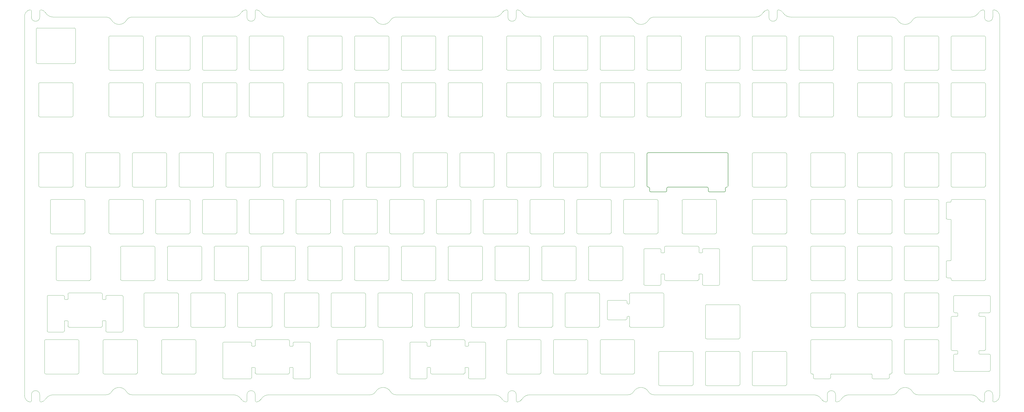
<source format=gbr>
%TF.GenerationSoftware,KiCad,Pcbnew,7.0.2*%
%TF.CreationDate,2023-06-27T02:16:57-04:00*%
%TF.ProjectId,FR4-hotswap-ANSI-plate,4652342d-686f-4747-9377-61702d414e53,rev?*%
%TF.SameCoordinates,Original*%
%TF.FileFunction,Profile,NP*%
%FSLAX46Y46*%
G04 Gerber Fmt 4.6, Leading zero omitted, Abs format (unit mm)*
G04 Created by KiCad (PCBNEW 7.0.2) date 2023-06-27 02:16:57*
%MOMM*%
%LPD*%
G01*
G04 APERTURE LIST*
%TA.AperFunction,Profile*%
%ADD10C,0.200000*%
%TD*%
%TA.AperFunction,Profile*%
%ADD11C,0.100000*%
%TD*%
%TA.AperFunction,Profile*%
%ADD12C,0.050000*%
%TD*%
G04 APERTURE END LIST*
D10*
X265466552Y-35721445D02*
G75*
G03*
X265112999Y-35574999I-353565J-353583D01*
G01*
X241590552Y-35721445D02*
G75*
G03*
X241236999Y-35574999I-353565J-353583D01*
G01*
X241149990Y-21574989D02*
G75*
G03*
X240649990Y-22075000I-12J-499988D01*
G01*
X272612998Y-36074999D02*
X272612994Y-37074999D01*
X265112999Y-35574999D02*
X249236999Y-35574999D01*
X248883446Y-35721446D02*
G75*
G03*
X248736999Y-36074999I353487J-353526D01*
G01*
X241737000Y-37074999D02*
G75*
G03*
X242236998Y-37574999I499981J-19D01*
G01*
X273199990Y-35574999D02*
X273112998Y-35574999D01*
X240650000Y-35074999D02*
X240649995Y-22075000D01*
X240650000Y-35074999D02*
G75*
G03*
X241149999Y-35574999I499981J-19D01*
G01*
X273112998Y-35574999D02*
G75*
G03*
X272759445Y-35721446I-7J-499981D01*
G01*
X249236999Y-35574999D02*
G75*
G03*
X248883446Y-35721446I-7J-499981D01*
G01*
X265613000Y-37074999D02*
G75*
G03*
X266112998Y-37574999I499981J-19D01*
G01*
X248736999Y-36074999D02*
X248737000Y-37074999D01*
X248236990Y-37574999D02*
X242236998Y-37574999D01*
X241737000Y-37074999D02*
X241736999Y-36074998D01*
X241236999Y-35574999D02*
X241149999Y-35574999D01*
X273700000Y-22074999D02*
X273700000Y-35074999D01*
X265613000Y-37074999D02*
X265612999Y-36074998D01*
X241149990Y-21574989D02*
X273199999Y-21575000D01*
X265612998Y-36074998D02*
G75*
G03*
X265466551Y-35721446I-500068J-29D01*
G01*
X248236990Y-37574999D02*
G75*
G03*
X248737000Y-37074999I-12J500022D01*
G01*
X272759445Y-35721446D02*
G75*
G03*
X272612998Y-36074999I353487J-353526D01*
G01*
X241736998Y-36074998D02*
G75*
G03*
X241590551Y-35721446I-500068J-29D01*
G01*
X273700000Y-22074999D02*
G75*
G03*
X273199999Y-21574999I-500018J-18D01*
G01*
X272112990Y-37574989D02*
X266112998Y-37574999D01*
X272112990Y-37574989D02*
G75*
G03*
X272612990Y-37074999I-12J500012D01*
G01*
D11*
X135087500Y-7000000D02*
G75*
G03*
X135587500Y-6500000I0J500000D01*
G01*
X173187500Y-73675000D02*
G75*
G03*
X173687500Y-73175000I0J500000D01*
G01*
X259412500Y-103037500D02*
G75*
G03*
X258912500Y-102537500I-500000J0D01*
G01*
X284012500Y26050000D02*
X297012500Y26050000D01*
X264962500Y-102537500D02*
G75*
G03*
X264462500Y-103037500I0J-500000D01*
G01*
X326375000Y25550000D02*
X326375000Y12550000D01*
X243547867Y33725027D02*
G75*
G03*
X241235289Y32418548I33J-2700027D01*
G01*
X-2237500Y-54125000D02*
G75*
G03*
X-1737500Y-54625000I500001J1D01*
G01*
X-9962500Y33725000D02*
X-9962500Y36188331D01*
X245912500Y-102537500D02*
G75*
G03*
X245412500Y-103037500I0J-500000D01*
G01*
X297012500Y-116537500D02*
G75*
G03*
X297512500Y-116037500I0J500000D01*
G01*
X284012500Y-73675000D02*
X297012500Y-73675000D01*
X321325000Y-22075000D02*
X321325000Y-35075000D01*
X121587500Y-6500000D02*
G75*
G03*
X122087500Y-7000000I500000J0D01*
G01*
X220812500Y-92725000D02*
G75*
G03*
X221312500Y-92225000I0J500000D01*
G01*
X268437499Y-54624999D02*
G75*
G03*
X268937499Y-54125000I1J499999D01*
G01*
X183999999Y-111775000D02*
X196999999Y-111775000D01*
X359425000Y-98274999D02*
X359425000Y-111274999D01*
X160187500Y-73675000D02*
X173187500Y-73675000D01*
X159400000Y-22075000D02*
G75*
G03*
X158900000Y-21575000I-500000J0D01*
G01*
X59387499Y-60175000D02*
X59387499Y-73175000D01*
X297512500Y25550000D02*
X297512500Y12550000D01*
X151305801Y-109075002D02*
G75*
G03*
X151105802Y-109274998I-1J-199998D01*
G01*
X202262500Y-79225000D02*
X202262500Y-92225000D01*
X122087500Y26050000D02*
G75*
G03*
X121587500Y25550000I0J-500000D01*
G01*
X55412500Y-78725000D02*
G75*
G03*
X54912500Y-79225000I0J-500000D01*
G01*
X5406249Y-78725009D02*
G75*
G03*
X4906249Y-79225000I-39J-499961D01*
G01*
X88250000Y-22075000D02*
X88250000Y-35075000D01*
X326875000Y-73675000D02*
X339875000Y-73675000D01*
X97487500Y-60175000D02*
G75*
G03*
X96987500Y-59675000I-500000J0D01*
G01*
X297512500Y-41125000D02*
X297512500Y-54125000D01*
X222100000Y26050000D02*
X235100000Y26050000D01*
X239855749Y-60675000D02*
X245855749Y-60675000D01*
X364174998Y-41711999D02*
G75*
G03*
X364474999Y-41411999I2J299999D01*
G01*
X345925000Y-78725000D02*
G75*
G03*
X345425000Y-79225000I0J-500000D01*
G01*
X307325001Y-111274999D02*
G75*
G03*
X307824999Y-111774999I499999J-1D01*
G01*
X345925000Y-59675000D02*
G75*
G03*
X345425000Y-60175000I0J-500000D01*
G01*
X283512500Y25550000D02*
X283512500Y12550000D01*
X332287998Y-113274999D02*
X332287998Y-112075000D01*
X154925000Y-54125000D02*
G75*
G03*
X155424999Y-54625000I500000J0D01*
G01*
X283512500Y-22075000D02*
X283512500Y-35075000D01*
X307825000Y-59675000D02*
G75*
G03*
X307325000Y-60175000I0J-500000D01*
G01*
X59675000Y-6500000D02*
G75*
G03*
X60175000Y-7000000I500000J0D01*
G01*
X77787500Y33725000D02*
G75*
G03*
X81187500Y33725000I1700000J0D01*
G01*
X7000000Y-22075000D02*
G75*
G03*
X6499999Y-21575000I-500000J0D01*
G01*
X169712500Y-78725000D02*
X182712500Y-78725000D01*
X339587999Y-111774998D02*
G75*
G03*
X339287998Y-112075000I1J-300002D01*
G01*
X178450000Y-22075000D02*
G75*
G03*
X177950000Y-21575000I-500000J0D01*
G01*
X79868302Y-109074998D02*
X80906298Y-109074999D01*
X207812500Y-78725000D02*
X220812500Y-78725000D01*
X135875000Y-41125000D02*
X135875000Y-54125000D01*
X379975001Y-110688001D02*
G75*
G03*
X380475001Y-110187999I-1J500001D01*
G01*
X247006250Y-92725050D02*
G75*
G03*
X247506250Y-92225000I-50J500050D01*
G01*
X297012500Y-35575000D02*
G75*
G03*
X297512500Y-35075000I0J500000D01*
G01*
X35075000Y12050000D02*
G75*
G03*
X35575000Y12550000I0J500000D01*
G01*
X79225000Y7000000D02*
G75*
G03*
X78725000Y6500000I0J-500000D01*
G01*
X59675000Y-41125000D02*
X59675000Y-54125000D01*
X7500000Y14800000D02*
X-7500000Y14800000D01*
X203049999Y26050000D02*
X216049999Y26050000D01*
X152343794Y-100475000D02*
X151305798Y-100474999D01*
X207025000Y-41125000D02*
G75*
G03*
X206525000Y-40625000I-500000J0D01*
G01*
X216049999Y-111774999D02*
G75*
G03*
X216549999Y-111275000I1J499999D01*
G01*
X359425000Y25550000D02*
X359425000Y12550000D01*
X45887500Y-59675000D02*
X58887499Y-59675000D01*
X41125000Y-40625000D02*
X54125000Y-40625000D01*
X159400000Y-22075000D02*
X159400000Y-35075000D01*
X254150000Y12050000D02*
G75*
G03*
X254650000Y12550000I0J500000D01*
G01*
X189831262Y35459390D02*
G75*
G03*
X188026987Y36681405I-2287462J-1434390D01*
G01*
X125562500Y-92725000D02*
G75*
G03*
X126062500Y-92225000I0J500000D01*
G01*
X339875000Y-7000000D02*
G75*
G03*
X340375000Y-6500000I0J500000D01*
G01*
X284012500Y-102537500D02*
X297012500Y-102537500D01*
X345425000Y25550000D02*
X345425000Y12550000D01*
X326875000Y-7000000D02*
X339875000Y-7000000D01*
X378037500Y33725000D02*
G75*
G03*
X381437500Y33725000I1700000J0D01*
G01*
X79868301Y-109075002D02*
G75*
G03*
X79668302Y-109274998I-1J-199998D01*
G01*
X233306251Y-83224950D02*
G75*
G03*
X233506250Y-83025000I49J199950D01*
G01*
X340427133Y-120274999D02*
X322965933Y-120274999D01*
X202550000Y-111275000D02*
G75*
G03*
X203049999Y-111775000I500000J0D01*
G01*
X221600000Y-22075000D02*
X221600000Y-35075000D01*
X184000000Y-21575000D02*
X197000000Y-21575000D01*
X233506250Y-79225000D02*
X233506250Y-83025000D01*
X345425000Y-6500000D02*
G75*
G03*
X345925000Y-7000000I500000J0D01*
G01*
X166543801Y-98274999D02*
G75*
G03*
X166043798Y-97774999I-500001J-1D01*
G01*
X151305802Y-109074998D02*
X152343798Y-109074999D01*
X308412000Y-112075000D02*
G75*
G03*
X308111999Y-111775000I-300000J0D01*
G01*
X326875000Y-78725000D02*
X339875000Y-78725000D01*
X245125000Y-41125000D02*
G75*
G03*
X244625000Y-40625000I-500000J0D01*
G01*
X83199999Y-22075000D02*
X83199999Y-35075000D01*
X41125000Y12050000D02*
X54125000Y12050000D01*
X377974999Y-73675000D02*
G75*
G03*
X378475000Y-73174999I1J500000D01*
G01*
X264462500Y-83987500D02*
X264462500Y-96987500D01*
X79668298Y-113274999D02*
X79668298Y-109274999D01*
X58887499Y-73674999D02*
G75*
G03*
X59387499Y-73175000I1J499999D01*
G01*
X154137500Y-7000000D02*
G75*
G03*
X154637500Y-6500000I0J500000D01*
G01*
X192737500Y-60175000D02*
G75*
G03*
X192237499Y-59675000I-500000J0D01*
G01*
X261793700Y-60175000D02*
G75*
G03*
X261293749Y-59675000I-500000J0D01*
G01*
X378475000Y6500000D02*
G75*
G03*
X377975000Y7000000I-500000J0D01*
G01*
X326875000Y-78725000D02*
G75*
G03*
X326375000Y-79225000I0J-500000D01*
G01*
X364974999Y-73675000D02*
X377974999Y-73675000D01*
X168924999Y-41125000D02*
X168924999Y-54125000D01*
X97775000Y-54125000D02*
G75*
G03*
X98274999Y-54625000I500000J0D01*
G01*
X19193800Y-111275000D02*
G75*
G03*
X19693749Y-111775000I500000J0D01*
G01*
X151105798Y-113274999D02*
X151105798Y-109274999D01*
X96987500Y-73675000D02*
G75*
G03*
X97487500Y-73175000I0J500000D01*
G01*
X222100000Y7000000D02*
G75*
G03*
X221600000Y6500000I0J-500000D01*
G01*
X377975001Y-102250002D02*
G75*
G03*
X378475002Y-101750000I-1J500002D01*
G01*
X261793700Y-62175001D02*
G75*
G03*
X261993749Y-62375000I200000J1D01*
G01*
X18906249Y-90225000D02*
X18906249Y-92225000D01*
X340375000Y-41125000D02*
G75*
G03*
X339875000Y-40625000I-500000J0D01*
G01*
X326375000Y-60175000D02*
X326375000Y-73175000D01*
X-4168762Y35459375D02*
G75*
G03*
X-1034066Y33725000I3134696J1965625D01*
G01*
X326875000Y-21575000D02*
G75*
G03*
X326375000Y-22075000I0J-500000D01*
G01*
X167981798Y-113274999D02*
X167981798Y-109274999D01*
X79225000Y-7000000D02*
X92225000Y-7000000D01*
X207312500Y-92225000D02*
G75*
G03*
X207812500Y-92725000I500000J0D01*
G01*
X254650000Y25550000D02*
G75*
G03*
X254150000Y26050000I-500000J0D01*
G01*
X212575000Y-54625000D02*
X225575000Y-54625000D01*
X345425000Y-73175000D02*
G75*
G03*
X345925000Y-73675000I500000J0D01*
G01*
X182712500Y-92725000D02*
G75*
G03*
X183212500Y-92225000I0J500000D01*
G01*
X54625000Y25550000D02*
G75*
G03*
X54125000Y26050000I-500000J0D01*
G01*
X254650000Y25550000D02*
X254650000Y12550000D01*
X178509067Y-120274999D02*
X138547867Y-120274999D01*
X233506250Y-92225000D02*
X233506249Y-88424999D01*
X345925000Y-7000000D02*
X358925000Y-7000000D01*
X179237499Y-73675000D02*
X192237499Y-73675000D01*
X234006250Y-92725000D02*
X247006250Y-92725000D01*
X126350000Y-35075000D02*
G75*
G03*
X126850000Y-35575000I500000J0D01*
G01*
X317437500Y-120274999D02*
X317437500Y-122739477D01*
X340375000Y-22075000D02*
G75*
G03*
X339875000Y-21575000I-500000J0D01*
G01*
X59387500Y-60175000D02*
G75*
G03*
X58887499Y-59675000I-500000J0D01*
G01*
X284012500Y-21575000D02*
X297012500Y-21575000D01*
X263031745Y-62375001D02*
X261993749Y-62375000D01*
X59675000Y-54125000D02*
G75*
G03*
X60175000Y-54625000I500000J0D01*
G01*
X303062500Y12050000D02*
X316062500Y12050000D01*
X245912500Y-116537500D02*
X258912500Y-116537500D01*
X174981798Y-99274999D02*
X174981798Y-100274999D01*
X316562500Y25550000D02*
G75*
G03*
X316062500Y26050000I-500000J0D01*
G01*
X-10553408Y-123229996D02*
G75*
G03*
X-9962498Y-122738331I90998J491560D01*
G01*
X340375000Y6500000D02*
G75*
G03*
X339875000Y7000000I-500000J0D01*
G01*
X283512500Y-6500000D02*
G75*
G03*
X284012500Y-7000000I500000J0D01*
G01*
X307325000Y-41125000D02*
X307325000Y-54125000D01*
X96544301Y-109274998D02*
G75*
G03*
X96344298Y-109074999I-200001J-2D01*
G01*
X217337500Y-59675000D02*
X230337500Y-59675000D01*
X-4118751Y-97775000D02*
G75*
G03*
X-4618751Y-98275000I1J-500001D01*
G01*
X183499999Y-98275000D02*
X183499999Y-111275000D01*
X345925000Y26050000D02*
G75*
G03*
X345425000Y25550000I0J-500000D01*
G01*
X202549999Y-22075000D02*
X202549999Y-35075000D01*
X26837500Y-59675000D02*
X39837500Y-59675000D01*
X154637500Y6500000D02*
X154637500Y-6500000D01*
X26837500Y-59675000D02*
G75*
G03*
X26337500Y-60175000I0J-500000D01*
G01*
X362974999Y-65588000D02*
G75*
G03*
X362475000Y-66087999I1J-500000D01*
G01*
X187475000Y-54625000D02*
G75*
G03*
X187975000Y-54125000I0J500000D01*
G01*
X222099999Y-111775000D02*
X235099999Y-111775000D01*
X297012500Y-73675000D02*
G75*
G03*
X297512500Y-73175000I0J500000D01*
G01*
X103544298Y-99274999D02*
X103544298Y-100274999D01*
X69199999Y-22075000D02*
X69199999Y-35075000D01*
X203049999Y-97775000D02*
X216049999Y-97775000D01*
X241150000Y7000000D02*
G75*
G03*
X240650000Y6500000I0J-500000D01*
G01*
X316562500Y25550000D02*
X316562500Y12550000D01*
X226075000Y-41125000D02*
G75*
G03*
X225575000Y-40625000I-500000J0D01*
G01*
X307325000Y-92225000D02*
G75*
G03*
X307825000Y-92725000I500000J0D01*
G01*
X150162500Y-79225000D02*
X150162500Y-92225000D01*
X149875000Y-41125000D02*
X149875000Y-54125000D01*
X261993752Y-70974953D02*
G75*
G03*
X261793753Y-71174999I48J-200047D01*
G01*
X117324999Y-40624999D02*
G75*
G03*
X116824999Y-41125000I1J-500001D01*
G01*
X160187500Y-59675000D02*
X173187500Y-59675000D01*
X-4618751Y-111275000D02*
G75*
G03*
X-4118751Y-111775000I500001J1D01*
G01*
X193025000Y-41125000D02*
X193025000Y-54125000D01*
X50650000Y-21575000D02*
X63650000Y-21575000D01*
X320825000Y-92725000D02*
G75*
G03*
X321325000Y-92225000I0J500000D01*
G01*
X264962500Y26050000D02*
G75*
G03*
X264462500Y25550000I0J-500000D01*
G01*
X345925000Y-21575000D02*
X358925000Y-21575000D01*
X235600000Y25550000D02*
G75*
G03*
X235100000Y26050000I-500000J0D01*
G01*
X173975000Y-54125000D02*
G75*
G03*
X174475000Y-54625000I500000J0D01*
G01*
X-10553408Y36679997D02*
G75*
G03*
X-12762501Y34025000I491597J-2655571D01*
G01*
X166743802Y-109074998D02*
X167781798Y-109074999D01*
X95106301Y-100275000D02*
G75*
G03*
X95306298Y-100474999I199999J0D01*
G01*
X122087500Y26050000D02*
X135087500Y26050000D01*
X114943749Y-111775000D02*
X132706249Y-111775000D01*
X326875000Y-35575000D02*
X339875000Y-35575000D01*
X187437523Y-122739477D02*
G75*
G03*
X188026987Y-123231404I499977J-23D01*
G01*
X31047867Y33725027D02*
G75*
G03*
X28735289Y32418548I33J-2700027D01*
G01*
X203049999Y26050001D02*
G75*
G03*
X202549999Y25550000I1J-500001D01*
G01*
X49362500Y-92725000D02*
G75*
G03*
X49862500Y-92225000I0J500000D01*
G01*
X364174998Y-41712000D02*
X362974999Y-41712000D01*
X173687500Y6500000D02*
G75*
G03*
X173187500Y7000000I-500000J0D01*
G01*
X19693749Y-97774949D02*
G75*
G03*
X19193749Y-98275000I51J-500051D01*
G01*
X74462499Y-78725000D02*
X87462499Y-78725000D01*
X116824999Y-41125000D02*
X116824999Y-54125000D01*
X54912500Y-92225000D02*
G75*
G03*
X55412500Y-92725000I500000J0D01*
G01*
X54625000Y-41125000D02*
G75*
G03*
X54125000Y-40625000I-500000J0D01*
G01*
X111274999Y-54624999D02*
G75*
G03*
X111774999Y-54125000I1J499999D01*
G01*
X155424999Y-40624999D02*
G75*
G03*
X154924999Y-41125000I1J-500001D01*
G01*
X283512500Y-116037500D02*
G75*
G03*
X284012500Y-116537500I500000J0D01*
G01*
X98274999Y-40624999D02*
G75*
G03*
X97774999Y-41125000I1J-500001D01*
G01*
X263031746Y-62375045D02*
G75*
G03*
X263231745Y-62175001I-46J200045D01*
G01*
X22075000Y-54625000D02*
X35075000Y-54625000D01*
X97044298Y-98774999D02*
X103044298Y-98774999D01*
X320825000Y-35575000D02*
G75*
G03*
X321325000Y-35075000I0J500000D01*
G01*
X345925000Y-35575000D02*
X358925000Y-35575000D01*
X-3031751Y-79725000D02*
G75*
G03*
X-3531751Y-80225000I1J-500001D01*
G01*
X183212500Y-79225000D02*
G75*
G03*
X182712500Y-78725000I-500000J0D01*
G01*
X345925000Y-21575000D02*
G75*
G03*
X345425000Y-22075000I0J-500000D01*
G01*
X160187500Y-7000000D02*
X173187500Y-7000000D01*
X326375000Y-6500000D02*
G75*
G03*
X326875000Y-7000000I500000J0D01*
G01*
X43006300Y-111275000D02*
G75*
G03*
X43506249Y-111775000I500000J0D01*
G01*
X365475001Y-86311999D02*
G75*
G03*
X365975001Y-86811999I499999J-1D01*
G01*
X73175000Y-54625000D02*
G75*
G03*
X73675000Y-54125000I0J500000D01*
G01*
X144105801Y-113274999D02*
G75*
G03*
X144605798Y-113774999I499999J-1D01*
G01*
X92225000Y-7000000D02*
G75*
G03*
X92725000Y-6500000I0J500000D01*
G01*
X140637500Y12550000D02*
G75*
G03*
X141137500Y12050000I500000J0D01*
G01*
X241150000Y-7000000D02*
X254150000Y-7000000D01*
X103037500Y7000000D02*
X116037500Y7000000D01*
X96544298Y-99274999D02*
X96544298Y-100274999D01*
X75393787Y-122009359D02*
G75*
G03*
X72259067Y-120274999I-3134687J-1965641D01*
G01*
X316062500Y-7000000D02*
G75*
G03*
X316562500Y-6500000I0J500000D01*
G01*
X59675000Y25550000D02*
X59675000Y12550000D01*
X345425000Y-35075000D02*
G75*
G03*
X345925000Y-35575000I500000J0D01*
G01*
X77198018Y36681375D02*
G75*
G03*
X75393764Y35459375I483182J-2656375D01*
G01*
X103037500Y-73675000D02*
X116037500Y-73675000D01*
X202262500Y-79225000D02*
G75*
G03*
X201762500Y-78725000I-500000J0D01*
G01*
X340427133Y-120275027D02*
G75*
G03*
X342739712Y-118968547I-33J2700027D01*
G01*
X116537500Y25550000D02*
X116537500Y12550000D01*
X203049999Y7000001D02*
G75*
G03*
X202549999Y6500000I1J-500001D01*
G01*
X264962500Y12050000D02*
X277962500Y12050000D01*
X31100000Y-22075000D02*
X31100000Y-35075000D01*
X77937500Y-73675000D02*
G75*
G03*
X78437500Y-73175000I0J500000D01*
G01*
X246555752Y-70974953D02*
G75*
G03*
X246355753Y-71174999I48J-200047D01*
G01*
X116037500Y12050000D02*
G75*
G03*
X116537500Y12550000I0J500000D01*
G01*
X164450000Y-35075000D02*
G75*
G03*
X164950000Y-35575000I500000J0D01*
G01*
X359425000Y-79225000D02*
X359425000Y-92225000D01*
X-7000000Y-35075000D02*
G75*
G03*
X-6500000Y-35575000I500001J1D01*
G01*
X81606298Y-111774999D02*
X94606298Y-111774999D01*
X83581213Y35459360D02*
G75*
G03*
X86715933Y33725000I3134687J1965640D01*
G01*
X55412500Y-92725000D02*
X68412500Y-92725000D01*
X188762500Y-78725000D02*
X201762500Y-78725000D01*
X114943749Y-97774949D02*
G75*
G03*
X114443749Y-98275000I51J-500051D01*
G01*
X375975001Y-88249999D02*
X377975001Y-88249999D01*
X340375000Y-60175000D02*
G75*
G03*
X339875000Y-59675000I-500000J0D01*
G01*
X5406249Y-92725000D02*
X18406249Y-92725000D01*
X183500000Y-35075000D02*
G75*
G03*
X184000000Y-35575000I500000J0D01*
G01*
X381437500Y-120274999D02*
X381437500Y-122738330D01*
X321325000Y-22075000D02*
G75*
G03*
X320825000Y-21575000I-500000J0D01*
G01*
X316562500Y6500000D02*
G75*
G03*
X316062500Y7000000I-500000J0D01*
G01*
X107800000Y-21575000D02*
G75*
G03*
X107300000Y-22075000I0J-500000D01*
G01*
X127927133Y-120275027D02*
G75*
G03*
X130239712Y-118968547I-33J2700027D01*
G01*
X40337500Y-60175000D02*
G75*
G03*
X39837500Y-59675000I-500000J0D01*
G01*
X345425000Y-41125000D02*
X345425000Y-54125000D01*
X284012500Y-59675000D02*
X297012500Y-59675000D01*
X340375000Y-60175000D02*
X340375000Y-73175000D01*
X235100000Y-7000000D02*
G75*
G03*
X235600000Y-6500000I0J500000D01*
G01*
X203049999Y7000000D02*
X216049999Y7000000D01*
X73675000Y6500000D02*
G75*
G03*
X73175000Y7000000I-500000J0D01*
G01*
X345925000Y-59675000D02*
X358925000Y-59675000D01*
X297012500Y12050000D02*
G75*
G03*
X297512500Y12550000I0J500000D01*
G01*
X-12762500Y-120575000D02*
X-12762500Y34025000D01*
X36362500Y-78725000D02*
G75*
G03*
X35862500Y-79225000I0J-500000D01*
G01*
X239855749Y-75675000D02*
X245855749Y-75675000D01*
X168424999Y-54624999D02*
G75*
G03*
X168924999Y-54125000I1J499999D01*
G01*
X351047867Y33725027D02*
G75*
G03*
X348735289Y32418548I33J-2700027D01*
G01*
X184000000Y7000000D02*
X197000000Y7000000D01*
X64937500Y-59675000D02*
X77937500Y-59675000D01*
X140637500Y-60175000D02*
X140637500Y-73175000D01*
X22075000Y7000000D02*
X35075000Y7000000D01*
X45100000Y-22075000D02*
G75*
G03*
X44600000Y-21575000I-500000J0D01*
G01*
X102537500Y12550000D02*
G75*
G03*
X103037500Y12050000I500000J0D01*
G01*
X130824999Y-41125000D02*
X130824999Y-54125000D01*
X20844249Y-94725000D02*
X26844249Y-94725000D01*
X308111999Y-111775000D02*
X307824999Y-111774999D01*
X60175000Y-40625000D02*
G75*
G03*
X59675000Y-41125000I0J-500000D01*
G01*
X283512500Y6500000D02*
X283512500Y-6500000D01*
X141137500Y12050000D02*
X154137500Y12050000D01*
X188026982Y-123231375D02*
G75*
G03*
X189831237Y-122009374I-483182J2656375D01*
G01*
X277962500Y-7000000D02*
G75*
G03*
X278462500Y-6500000I0J500000D01*
G01*
X173687500Y-60175000D02*
X173687500Y-73175000D01*
X164162500Y-79225000D02*
X164162500Y-92225000D01*
X67943800Y-113275000D02*
G75*
G03*
X68443749Y-113775000I500000J0D01*
G01*
X141137500Y-59675000D02*
G75*
G03*
X140637500Y-60175000I0J-500000D01*
G01*
X202550000Y-6500000D02*
G75*
G03*
X203049999Y-7000000I500000J0D01*
G01*
X187437500Y-120274999D02*
G75*
G03*
X184037500Y-120274999I-1700000J0D01*
G01*
X326875000Y26050000D02*
X339875000Y26050000D01*
X246355700Y-61175000D02*
G75*
G03*
X245855749Y-60675000I-500000J0D01*
G01*
X188026991Y36681426D02*
G75*
G03*
X187437500Y36189478I-89491J-491926D01*
G01*
X326875000Y-92725000D02*
X339875000Y-92725000D01*
X358925000Y-73675000D02*
G75*
G03*
X359425000Y-73175000I0J500000D01*
G01*
X342739713Y32418549D02*
G75*
G03*
X348735287Y32418549I2997787J1806451D01*
G01*
X177950000Y-35575000D02*
G75*
G03*
X178450000Y-35075000I0J500000D01*
G01*
X80906295Y-100474994D02*
G75*
G03*
X81106294Y-100275000I5J199994D01*
G01*
X150662500Y-92725000D02*
X163662500Y-92725000D01*
X221600000Y-35075000D02*
G75*
G03*
X222100000Y-35575000I500000J0D01*
G01*
X378037500Y-122739477D02*
X378037500Y-120274999D01*
X4706246Y-81424995D02*
G75*
G03*
X4906245Y-81225001I-36J200035D01*
G01*
X168481798Y-98774998D02*
G75*
G03*
X167981798Y-99274999I2J-500002D01*
G01*
X378475001Y-41125000D02*
G75*
G03*
X377974999Y-40624999I-500001J0D01*
G01*
X168481798Y-113774999D02*
X174481798Y-113774999D01*
X150662500Y-78725000D02*
G75*
G03*
X150162500Y-79225000I0J-500000D01*
G01*
X307825000Y-21575000D02*
G75*
G03*
X307325000Y-22075000I0J-500000D01*
G01*
X173687500Y25550000D02*
G75*
G03*
X173187500Y26050000I-500000J0D01*
G01*
X27344200Y-80225000D02*
G75*
G03*
X26844249Y-79725000I-500000J0D01*
G01*
X212575000Y-40625000D02*
G75*
G03*
X212075000Y-41125000I0J-500000D01*
G01*
X235239713Y32418549D02*
G75*
G03*
X241235287Y32418549I2997787J1806451D01*
G01*
X381437471Y-122738330D02*
G75*
G03*
X382028409Y-123229996I500029J30D01*
G01*
X107800000Y-21575000D02*
X120799999Y-21575000D01*
X141137500Y26050000D02*
G75*
G03*
X140637500Y25550000I0J-500000D01*
G01*
X13643749Y-73675049D02*
G75*
G03*
X14143749Y-73175000I-49J500049D01*
G01*
X326375000Y-54125000D02*
G75*
G03*
X326875000Y-54625000I500000J0D01*
G01*
X83200000Y-22075000D02*
G75*
G03*
X82699999Y-21575000I-500000J0D01*
G01*
X81187500Y36189478D02*
X81187500Y33725000D01*
X247593746Y-62375045D02*
G75*
G03*
X247793745Y-62175001I-46J200045D01*
G01*
X263231699Y-75175000D02*
G75*
G03*
X263731748Y-75675001I500001J0D01*
G01*
X-6500000Y7000000D02*
G75*
G03*
X-7000000Y6500000I1J-500001D01*
G01*
X45387500Y-73175000D02*
G75*
G03*
X45887500Y-73675000I500000J0D01*
G01*
X380475002Y-104187999D02*
G75*
G03*
X379975002Y-103687998I-500002J-1D01*
G01*
X365975001Y-110687999D02*
X379975001Y-110687999D01*
X151105798Y-99274999D02*
X151105798Y-100274999D01*
X188762500Y-92725000D02*
X201762500Y-92725000D01*
X235100000Y12050000D02*
G75*
G03*
X235600000Y12550000I0J500000D01*
G01*
X3668252Y-90025003D02*
G75*
G03*
X3468253Y-90224999I38J-200037D01*
G01*
X68412500Y-92725000D02*
G75*
G03*
X68912500Y-92225000I0J500000D01*
G01*
X216049999Y-35574999D02*
G75*
G03*
X216549999Y-35075000I1J499999D01*
G01*
X184000000Y26050000D02*
G75*
G03*
X183500000Y25550000I0J-500000D01*
G01*
X143749Y-60175000D02*
X143749Y-73175000D01*
X203049999Y-21575000D02*
X216049999Y-21575000D01*
X326875000Y12050000D02*
X339875000Y12050000D01*
X138547867Y33725027D02*
G75*
G03*
X136235289Y32418548I33J-2700027D01*
G01*
X339875000Y-73675000D02*
G75*
G03*
X340375000Y-73175000I0J500000D01*
G01*
X18906200Y-79225000D02*
G75*
G03*
X18406249Y-78725000I-500000J0D01*
G01*
X21575000Y-54125000D02*
G75*
G03*
X22075000Y-54625000I500000J0D01*
G01*
X311643739Y-122009389D02*
G75*
G03*
X313448013Y-123231404I2287461J1434389D01*
G01*
X22075000Y7000000D02*
G75*
G03*
X21575000Y6500000I0J-500000D01*
G01*
X235600000Y-22075000D02*
X235600000Y-35075000D01*
X81606298Y-97774998D02*
G75*
G03*
X81106298Y-98274999I2J-500002D01*
G01*
X12549999Y-35575000D02*
X25550000Y-35575000D01*
X41125000Y7000000D02*
G75*
G03*
X40625000Y6500000I0J-500000D01*
G01*
X98274999Y-54625000D02*
X111274999Y-54625000D01*
X160187500Y26050000D02*
X173187500Y26050000D01*
X377975000Y-7000000D02*
G75*
G03*
X378475000Y-6500000I0J500000D01*
G01*
X202549999Y25550000D02*
X202549999Y12550000D01*
X307325000Y-54125000D02*
G75*
G03*
X307825000Y-54625000I500000J0D01*
G01*
X96344295Y-100474994D02*
G75*
G03*
X96544294Y-100275000I5J199994D01*
G01*
X284012500Y-40625000D02*
X297012500Y-40625000D01*
X122087500Y-59675000D02*
G75*
G03*
X121587500Y-60175000I0J-500000D01*
G01*
X-6562500Y-120275000D02*
X-6562500Y-122739477D01*
X358925000Y-111775000D02*
G75*
G03*
X359425000Y-111274999I0J500000D01*
G01*
X339875000Y-35575000D02*
G75*
G03*
X340375000Y-35075000I0J500000D01*
G01*
X106512499Y-92724999D02*
G75*
G03*
X107012499Y-92225000I1J499999D01*
G01*
X365975001Y-103688001D02*
G75*
G03*
X365475001Y-104187999I-1J-499999D01*
G01*
X49862500Y-79225000D02*
X49862500Y-92225000D01*
X19106252Y-90024953D02*
G75*
G03*
X18906253Y-90224999I48J-200047D01*
G01*
X254937499Y-41125000D02*
X254937499Y-54125000D01*
X95106301Y-98274999D02*
G75*
G03*
X94606298Y-97774999I-500001J-1D01*
G01*
X152343795Y-100474994D02*
G75*
G03*
X152543794Y-100275000I5J199994D01*
G01*
X77787478Y36189478D02*
G75*
G03*
X77198013Y36681405I-499978J22D01*
G01*
X49862500Y-79225000D02*
G75*
G03*
X49362500Y-78725000I-500000J0D01*
G01*
X73675000Y6500000D02*
X73675000Y-6500000D01*
X54125000Y-7000000D02*
G75*
G03*
X54625000Y-6500000I0J500000D01*
G01*
X247793699Y-73175000D02*
G75*
G03*
X248293748Y-73675001I500001J0D01*
G01*
X155424999Y-40625000D02*
X168424999Y-40625000D01*
X239355800Y-75175000D02*
G75*
G03*
X239855749Y-75675000I500000J0D01*
G01*
X345425001Y-111274999D02*
G75*
G03*
X345925000Y-111774999I499999J-1D01*
G01*
X184000000Y-7000000D02*
X197000000Y-7000000D01*
X375775005Y-103487996D02*
G75*
G03*
X375975000Y-103687995I199995J-4D01*
G01*
X144612499Y-92724999D02*
G75*
G03*
X145112499Y-92225000I1J499999D01*
G01*
X22075000Y26050000D02*
G75*
G03*
X21575000Y25550000I0J-500000D01*
G01*
X181643739Y-122009389D02*
G75*
G03*
X183448013Y-123231404I2287461J1434389D01*
G01*
X245855749Y-75674950D02*
G75*
G03*
X246355750Y-75175001I51J499950D01*
G01*
X359425000Y-41125000D02*
G75*
G03*
X358925000Y-40625000I-500000J0D01*
G01*
X277962500Y-116537500D02*
G75*
G03*
X278462500Y-116037500I0J500000D01*
G01*
X307325000Y-73175000D02*
G75*
G03*
X307825000Y-73675000I500000J0D01*
G01*
X152543798Y-98274999D02*
X152543798Y-100274999D01*
X243547867Y33725000D02*
X284759067Y33725000D01*
X183500000Y25550000D02*
X183500000Y12550000D01*
X297512500Y-103037500D02*
X297512500Y-116037500D01*
X378475000Y-22075000D02*
X378475000Y-35075000D01*
X340375001Y-98274999D02*
G75*
G03*
X339874998Y-97774999I-500001J-1D01*
G01*
X83987500Y-59675000D02*
X96987500Y-59675000D01*
X364475001Y-101749999D02*
X364475001Y-88749999D01*
X216549999Y-22075000D02*
X216549999Y-35075000D01*
X21575000Y6500000D02*
X21575000Y-6500000D01*
X160187500Y-59675000D02*
G75*
G03*
X159687500Y-60175000I0J-500000D01*
G01*
X20427133Y-120274999D02*
X-1034066Y-120274999D01*
X263231749Y-75175000D02*
X263231749Y-71175000D01*
X164162500Y-79225000D02*
G75*
G03*
X163662500Y-78725000I-500000J0D01*
G01*
X365975001Y-103687999D02*
X366975001Y-103687999D01*
X207812500Y-78725000D02*
G75*
G03*
X207312500Y-79225000I0J-500000D01*
G01*
X20844249Y-79725000D02*
X26844249Y-79725000D01*
X140637500Y-73175000D02*
G75*
G03*
X141137500Y-73675000I500000J0D01*
G01*
X183448009Y-123231426D02*
G75*
G03*
X184037500Y-122739477I89491J491926D01*
G01*
X264962500Y7000000D02*
G75*
G03*
X264462500Y6500000I0J-500000D01*
G01*
X378037500Y33725000D02*
X378037500Y36189478D01*
X254650000Y6500000D02*
X254650000Y-6500000D01*
X247793800Y-71174999D02*
G75*
G03*
X247593749Y-70975000I-200000J-1D01*
G01*
X297512500Y25550000D02*
G75*
G03*
X297012500Y26050000I-500000J0D01*
G01*
X321325000Y-41125000D02*
G75*
G03*
X320825000Y-40625000I-500000J0D01*
G01*
X68912500Y-79225000D02*
X68912500Y-92225000D01*
X364975001Y-88249999D02*
X366975001Y-88249999D01*
X81776982Y-123231375D02*
G75*
G03*
X83581237Y-122009374I-483182J2656375D01*
G01*
X167781795Y-100474994D02*
G75*
G03*
X167981794Y-100275000I5J199994D01*
G01*
X139850000Y-35575000D02*
G75*
G03*
X140350000Y-35075000I0J500000D01*
G01*
X232927133Y-120274999D02*
X192965933Y-120274999D01*
X379975001Y-103687999D02*
X375975001Y-103687999D01*
X154137500Y-73675000D02*
G75*
G03*
X154637500Y-73175000I0J500000D01*
G01*
X189831213Y35459360D02*
G75*
G03*
X192965933Y33725000I3134687J1965640D01*
G01*
X380475001Y-80311999D02*
G75*
G03*
X379975001Y-79811999I-500001J-1D01*
G01*
X64937500Y-73675000D02*
X77937500Y-73675000D01*
X375975001Y-102249999D02*
X377975001Y-102249999D01*
X183212500Y-79225000D02*
X183212500Y-92225000D01*
X166543798Y-109274999D02*
X166543798Y-111274999D01*
X31600000Y-21575000D02*
X44600000Y-21575000D01*
X240650000Y12550000D02*
G75*
G03*
X241150000Y12050000I500000J0D01*
G01*
X264462500Y-116037500D02*
G75*
G03*
X264962500Y-116537500I500000J0D01*
G01*
X98274999Y-40625000D02*
X111274999Y-40625000D01*
X92225000Y12050000D02*
G75*
G03*
X92725000Y12550000I0J500000D01*
G01*
X135587500Y25550000D02*
G75*
G03*
X135087500Y26050000I-500000J0D01*
G01*
X183500000Y-6500000D02*
G75*
G03*
X184000000Y-7000000I500000J0D01*
G01*
X231625000Y-54625000D02*
X244625000Y-54625000D01*
X-3031751Y-94725000D02*
X2968249Y-94725000D01*
X203049999Y-21574999D02*
G75*
G03*
X202549999Y-22075000I1J-500001D01*
G01*
X297512500Y-22075000D02*
G75*
G03*
X297012500Y-21575000I-500000J0D01*
G01*
X79668301Y-100275000D02*
G75*
G03*
X79868298Y-100474999I199999J0D01*
G01*
X264462500Y-96987500D02*
G75*
G03*
X264962500Y-97487500I500000J0D01*
G01*
X122087500Y-59675000D02*
X135087500Y-59675000D01*
X35575000Y-41125000D02*
X35575000Y-54125000D01*
X43506249Y-111775000D02*
X56506249Y-111775000D01*
X284012500Y-40625000D02*
G75*
G03*
X283512500Y-41125000I0J-500000D01*
G01*
X193525000Y-54625000D02*
X206525000Y-54625000D01*
X231625000Y-40625000D02*
X244625000Y-40625000D01*
X340375000Y-79225000D02*
G75*
G03*
X339875000Y-78725000I-500000J0D01*
G01*
X375775000Y-88049995D02*
X375775001Y-87011999D01*
X290287500Y33725000D02*
G75*
G03*
X293687500Y33725000I1700000J0D01*
G01*
X307325000Y-35075000D02*
G75*
G03*
X307825000Y-35575000I500000J0D01*
G01*
X211787500Y-60175000D02*
X211787500Y-73175000D01*
X60175000Y-40625000D02*
X73175000Y-40625000D01*
X43506249Y-97774949D02*
G75*
G03*
X43006249Y-98275000I51J-500051D01*
G01*
X326375000Y-79225000D02*
X326375000Y-92225000D01*
X43006249Y-98275000D02*
X43006249Y-111275000D01*
X247506250Y-79225000D02*
X247506250Y-92225000D01*
X-6500000Y-35575000D02*
X6499999Y-35575000D01*
X197500000Y25550000D02*
G75*
G03*
X197000000Y26050000I-500000J0D01*
G01*
X183999999Y-97774999D02*
G75*
G03*
X183499999Y-98275000I1J-500001D01*
G01*
X140350000Y-22075000D02*
G75*
G03*
X139850000Y-21575000I-500000J0D01*
G01*
X235600000Y25550000D02*
X235600000Y12550000D01*
X41125000Y-7000000D02*
X54125000Y-7000000D01*
X264462500Y-103037500D02*
X264462500Y-116037500D01*
X145900000Y-35575000D02*
X158900000Y-35575000D01*
X247593745Y-62375001D02*
X246555749Y-62375000D01*
X25550000Y-35575000D02*
G75*
G03*
X26050000Y-35075000I0J500000D01*
G01*
X379975001Y-79811999D02*
X366975001Y-79811999D01*
X207312500Y-79225000D02*
X207312500Y-92225000D01*
X197500000Y-22075000D02*
G75*
G03*
X197000000Y-21575000I-500000J0D01*
G01*
X263231800Y-71174999D02*
G75*
G03*
X263031749Y-70975000I-200000J-1D01*
G01*
X297512500Y-60175000D02*
G75*
G03*
X297012500Y-59675000I-500000J0D01*
G01*
X278462500Y6500000D02*
X278462500Y-6500000D01*
X20344300Y-90224999D02*
G75*
G03*
X20144249Y-90025000I-200000J-1D01*
G01*
X45887500Y-73675000D02*
X58887499Y-73675000D01*
X297512500Y-22075000D02*
X297512500Y-35075000D01*
X41125000Y-40625000D02*
G75*
G03*
X40625000Y-41125000I0J-500000D01*
G01*
X241150000Y7000000D02*
X254150000Y7000000D01*
X197787500Y-73175000D02*
G75*
G03*
X198287500Y-73675000I500000J0D01*
G01*
X88750000Y-35575000D02*
X101750000Y-35575000D01*
X86715933Y33725000D02*
X127927133Y33725000D01*
X359425000Y-60175000D02*
X359425000Y-73175000D01*
X235239688Y32418534D02*
G75*
G03*
X232927133Y33725000I-2312588J-1393534D01*
G01*
X64149999Y-22075000D02*
X64149999Y-35075000D01*
X303062500Y26050000D02*
X316062500Y26050000D01*
X234006250Y-78725000D02*
X247006250Y-78725000D01*
X78725000Y-41125000D02*
X78725000Y-54125000D01*
X283512500Y-60175000D02*
X283512500Y-73175000D01*
X40625000Y-41125000D02*
X40625000Y-54125000D01*
X308411999Y-113274999D02*
X308411999Y-112075000D01*
X362475000Y-72088000D02*
G75*
G03*
X362974999Y-72588000I500000J0D01*
G01*
X284012500Y-35575000D02*
X297012500Y-35575000D01*
X143750Y-73175000D02*
G75*
G03*
X643749Y-73675000I500000J0D01*
G01*
X93512499Y-92725000D02*
X106512499Y-92725000D01*
X261793749Y-60175000D02*
X261793749Y-62175000D01*
X-6562500Y-120275000D02*
G75*
G03*
X-9962500Y-120275000I-1700000J0D01*
G01*
X246355700Y-62175001D02*
G75*
G03*
X246555749Y-62375000I200000J1D01*
G01*
X345925000Y-97775000D02*
G75*
G03*
X345425000Y-98274999I0J-500000D01*
G01*
X178737500Y-73175000D02*
G75*
G03*
X179237499Y-73675000I500000J0D01*
G01*
X103037500Y-7000000D02*
X116037500Y-7000000D01*
X114443749Y-98275000D02*
X114443749Y-111275000D01*
X307325000Y-60175000D02*
X307325000Y-73175000D01*
X364174998Y-65587999D02*
G75*
G03*
X364474999Y-65287999I2J299999D01*
G01*
X359425000Y-60175000D02*
G75*
G03*
X358925000Y-59675000I-500000J0D01*
G01*
X326875000Y7000000D02*
X339875000Y7000000D01*
X150605798Y-113774999D02*
G75*
G03*
X151105799Y-113275000I2J499999D01*
G01*
X135087500Y-73675000D02*
G75*
G03*
X135587500Y-73175000I0J500000D01*
G01*
X-4118751Y-111775000D02*
X8881249Y-111775000D01*
X235600000Y6500000D02*
X235600000Y-6500000D01*
X261993753Y-70974999D02*
X263031749Y-70975000D01*
X255437499Y-40624999D02*
G75*
G03*
X254937499Y-41125000I1J-500001D01*
G01*
X284012500Y7000000D02*
G75*
G03*
X283512500Y6500000I0J-500000D01*
G01*
X83487500Y-60175000D02*
X83487500Y-73175000D01*
X169212500Y-79225000D02*
X169212500Y-92225000D01*
X35862500Y-92225000D02*
G75*
G03*
X36362500Y-92725000I500000J0D01*
G01*
X181643787Y-122009359D02*
G75*
G03*
X178509067Y-120274999I-3134687J-1965641D01*
G01*
X152543798Y-109274999D02*
X152543798Y-111274999D01*
X302562500Y6500000D02*
X302562500Y-6500000D01*
X8000000Y28800000D02*
G75*
G03*
X7500000Y29300000I-500000J0D01*
G01*
X245412500Y-103037500D02*
X245412500Y-116037500D01*
X86715933Y-120275028D02*
G75*
G03*
X83581238Y-122009374I-33J-3699972D01*
G01*
X73675000Y-41125000D02*
G75*
G03*
X73175000Y-40625000I-500000J0D01*
G01*
X154924999Y-41125000D02*
X154924999Y-54125000D01*
X121587500Y-73175000D02*
G75*
G03*
X122087500Y-73675000I500000J0D01*
G01*
X81776991Y36681426D02*
G75*
G03*
X81187500Y36189478I-89491J-491926D01*
G01*
X187437500Y36189478D02*
X187437500Y33725000D01*
X96544298Y-113274999D02*
X96544298Y-109274999D01*
X278462500Y-83987500D02*
G75*
G03*
X277962500Y-83487500I-500000J0D01*
G01*
X307825000Y-40625000D02*
X320825000Y-40625000D01*
X112562500Y-78725000D02*
X125562500Y-78725000D01*
X339875000Y12050000D02*
G75*
G03*
X340375000Y12550000I0J500000D01*
G01*
X364475000Y25550000D02*
X364475000Y12550000D01*
X6499999Y-6999999D02*
G75*
G03*
X6999999Y-6500000I1J499999D01*
G01*
X11762500Y-41125000D02*
G75*
G03*
X11262500Y-40625000I-500000J0D01*
G01*
X159687500Y-73175000D02*
G75*
G03*
X160187500Y-73675000I500000J0D01*
G01*
X72259067Y33725028D02*
G75*
G03*
X75393763Y35459375I33J3699972D01*
G01*
X153043798Y-97774999D02*
X166043798Y-97774999D01*
X60175000Y7000000D02*
X73175000Y7000000D01*
X332288000Y-112075000D02*
G75*
G03*
X331987998Y-111775000I-300000J0D01*
G01*
X93512499Y-78724999D02*
G75*
G03*
X93012499Y-79225000I1J-500001D01*
G01*
X60175000Y-7000000D02*
X73175000Y-7000000D01*
X365975001Y-86811999D02*
X366975001Y-86811999D01*
X232927133Y-120275027D02*
G75*
G03*
X235239712Y-118968547I-33J2700027D01*
G01*
X246555753Y-70974999D02*
X247593749Y-70975000D01*
X221600000Y6500000D02*
X221600000Y-6500000D01*
X6999999Y6500000D02*
X6999999Y-6500000D01*
X107300000Y-35075000D02*
G75*
G03*
X107800000Y-35575000I500000J0D01*
G01*
X326375000Y-73175000D02*
G75*
G03*
X326875000Y-73675000I500000J0D01*
G01*
X141137500Y26050000D02*
X154137500Y26050000D01*
X313448009Y-123231426D02*
G75*
G03*
X314037500Y-122739477I89491J491926D01*
G01*
X-1737500Y-40625000D02*
X11262500Y-40625000D01*
X54625000Y25550000D02*
X54625000Y12550000D01*
X221600000Y-111275000D02*
G75*
G03*
X222099999Y-111775000I500000J0D01*
G01*
X264462500Y25550000D02*
X264462500Y12550000D01*
X60175000Y12050000D02*
X73175000Y12050000D01*
X382028409Y-123229997D02*
G75*
G03*
X384237500Y-120574999I-490909J2654997D01*
G01*
X33193700Y-98275000D02*
G75*
G03*
X32693749Y-97775000I-500000J0D01*
G01*
X136375000Y-54625000D02*
X149375000Y-54625000D01*
X378475000Y-22075000D02*
G75*
G03*
X377975000Y-21575000I-500000J0D01*
G01*
X97044298Y-113774999D02*
X103044298Y-113774999D01*
X196999999Y-111774999D02*
G75*
G03*
X197499999Y-111275000I1J499999D01*
G01*
X173687500Y25550000D02*
X173687500Y12550000D01*
X203049999Y-7000000D02*
X216049999Y-7000000D01*
X-7500000Y29300000D02*
X7500000Y29300000D01*
X73962499Y-79225000D02*
X73962499Y-92225000D01*
X82699999Y-35574999D02*
G75*
G03*
X83199999Y-35075000I1J499999D01*
G01*
X159687500Y25550000D02*
X159687500Y12550000D01*
X57006249Y-98275000D02*
X57006249Y-111275000D01*
X216550000Y25550000D02*
G75*
G03*
X216049999Y26050000I-500000J0D01*
G01*
X198287500Y-73675000D02*
X211287500Y-73675000D01*
X121299999Y-22075000D02*
X121299999Y-35075000D01*
X326375000Y-92225000D02*
G75*
G03*
X326875000Y-92725000I500000J0D01*
G01*
X92725000Y-41125000D02*
X92725000Y-54125000D01*
X153043798Y-111774999D02*
X166043798Y-111774999D01*
X77198009Y-123231426D02*
G75*
G03*
X77787500Y-122739477I89491J491926D01*
G01*
X187975000Y-41125000D02*
G75*
G03*
X187475000Y-40625000I-500000J0D01*
G01*
X378475000Y25550000D02*
G75*
G03*
X377975000Y26050000I-500000J0D01*
G01*
X73675000Y25550000D02*
X73675000Y12550000D01*
X364475000Y12550000D02*
G75*
G03*
X364975000Y12050000I500000J0D01*
G01*
X22075000Y-40625000D02*
X35075000Y-40625000D01*
X122087500Y-73675000D02*
X135087500Y-73675000D01*
X247793749Y-71175000D02*
X247793749Y-73175000D01*
X307825000Y-21575000D02*
X320825000Y-21575000D01*
X40625000Y12550000D02*
G75*
G03*
X41125000Y12050000I500000J0D01*
G01*
X345425000Y-60175000D02*
X345425000Y-73175000D01*
X79225000Y-40625000D02*
G75*
G03*
X78725000Y-41125000I0J-500000D01*
G01*
X241235313Y-118968533D02*
G75*
G03*
X243547868Y-120274999I2312587J1393533D01*
G01*
X184000000Y-21575000D02*
G75*
G03*
X183500000Y-22075000I0J-500000D01*
G01*
X8000000Y28800000D02*
X8000000Y15300000D01*
X203049999Y-111775000D02*
X216049999Y-111775000D01*
X221600000Y12550000D02*
G75*
G03*
X222100000Y12050000I500000J0D01*
G01*
X303062500Y7000000D02*
X316062500Y7000000D01*
X149375000Y-54625000D02*
G75*
G03*
X149875000Y-54125000I0J500000D01*
G01*
X117324999Y-54625000D02*
X130324999Y-54625000D01*
X362475000Y-48212000D02*
G75*
G03*
X362974999Y-48712000I500000J0D01*
G01*
X60175000Y26050000D02*
G75*
G03*
X59675000Y25550000I0J-500000D01*
G01*
X377975000Y-35575000D02*
G75*
G03*
X378475000Y-35075000I0J500000D01*
G01*
X111775000Y-41125000D02*
G75*
G03*
X111274999Y-40625000I-500000J0D01*
G01*
X302562500Y25550000D02*
X302562500Y12550000D01*
X12549999Y-21575000D02*
X25550000Y-21575000D01*
X326875000Y-40625000D02*
G75*
G03*
X326375000Y-41125000I0J-500000D01*
G01*
X173975000Y-41125000D02*
X173975000Y-54125000D01*
X263731749Y-60675000D02*
X269731749Y-60675000D01*
X92725000Y25550000D02*
G75*
G03*
X92225000Y26050000I-500000J0D01*
G01*
X296081262Y35459390D02*
G75*
G03*
X294276987Y36681405I-2287462J-1434390D01*
G01*
X308412001Y-113274999D02*
G75*
G03*
X308911999Y-113774999I499999J-1D01*
G01*
X54125000Y12050000D02*
G75*
G03*
X54625000Y12550000I0J500000D01*
G01*
X3468250Y-80225000D02*
G75*
G03*
X2968249Y-79725000I-500000J0D01*
G01*
X36362500Y-78725000D02*
X49362500Y-78725000D01*
X154637500Y-60175000D02*
X154637500Y-73175000D01*
X345925000Y-97774999D02*
X358925000Y-97774999D01*
X216049999Y12050001D02*
G75*
G03*
X216549999Y12550000I1J499999D01*
G01*
X362474999Y-42212000D02*
X362474999Y-48212000D01*
X103037500Y26050000D02*
X116037500Y26050000D01*
X241150000Y12050000D02*
X254150000Y12050000D01*
X184037478Y36189478D02*
G75*
G03*
X183448013Y36681405I-499978J22D01*
G01*
X297012500Y-54625000D02*
G75*
G03*
X297512500Y-54125000I0J500000D01*
G01*
X230837500Y-60175000D02*
G75*
G03*
X230337500Y-59675000I-500000J0D01*
G01*
X63650000Y-35575000D02*
G75*
G03*
X64150000Y-35075000I0J500000D01*
G01*
X22739688Y32418534D02*
G75*
G03*
X20427133Y33725000I-2312588J-1393534D01*
G01*
X94606298Y-111774999D02*
G75*
G03*
X95106299Y-111275000I2J499999D01*
G01*
X166543801Y-100275000D02*
G75*
G03*
X166743798Y-100474999I199999J0D01*
G01*
X297512500Y-103037500D02*
G75*
G03*
X297012500Y-102537500I-500000J0D01*
G01*
X-12762499Y-120575000D02*
G75*
G03*
X-10553410Y-123229997I2700687J571D01*
G01*
X198287500Y-59675000D02*
G75*
G03*
X197787500Y-60175000I0J-500000D01*
G01*
X167981798Y-99274999D02*
X167981798Y-100274999D01*
X-1034066Y33725000D02*
X20427133Y33725000D01*
X278462500Y6500000D02*
G75*
G03*
X277962500Y7000000I-500000J0D01*
G01*
X159687500Y6500000D02*
X159687500Y-6500000D01*
X31600000Y-35575000D02*
X44600000Y-35575000D01*
X345425000Y6500000D02*
X345425000Y-6500000D01*
X264962500Y26050000D02*
X277962500Y26050000D01*
X136235287Y-118968549D02*
G75*
G03*
X130239714Y-118968547I-2997787J-1806451D01*
G01*
X359425000Y-22075000D02*
X359425000Y-35075000D01*
X26050000Y-22075000D02*
X26050000Y-35075000D01*
X278462500Y25550000D02*
X278462500Y12550000D01*
X-3031751Y-79725000D02*
X2968249Y-79725000D01*
X35575000Y25550000D02*
G75*
G03*
X35075000Y26050000I-500000J0D01*
G01*
X359425000Y-41125000D02*
X359425000Y-54125000D01*
X121587500Y6500000D02*
X121587500Y-6500000D01*
X12050000Y-35075000D02*
G75*
G03*
X12549999Y-35575000I500000J0D01*
G01*
X79225000Y7000000D02*
X92225000Y7000000D01*
X290287478Y36189478D02*
G75*
G03*
X289698013Y36681405I-499978J22D01*
G01*
X140350000Y-22075000D02*
X140350000Y-35075000D01*
X81187500Y-120274999D02*
G75*
G03*
X77787500Y-120274999I-1700000J0D01*
G01*
X116037500Y-73675000D02*
G75*
G03*
X116537500Y-73175000I0J500000D01*
G01*
X235600000Y-98275000D02*
G75*
G03*
X235099999Y-97775000I-500000J0D01*
G01*
X247506200Y-79225000D02*
G75*
G03*
X247006250Y-78725000I-500000J0D01*
G01*
X50150000Y-35075000D02*
G75*
G03*
X50650000Y-35575000I500000J0D01*
G01*
X140637500Y25550000D02*
X140637500Y12550000D01*
X73675000Y-41125000D02*
X73675000Y-54125000D01*
X126350000Y-22075000D02*
X126350000Y-35075000D01*
X381437500Y-120274999D02*
G75*
G03*
X378037500Y-120274999I-1700000J0D01*
G01*
X173687500Y6500000D02*
X173687500Y-6500000D01*
X384237500Y34025000D02*
G75*
G03*
X382028409Y36679997I-2700000J0D01*
G01*
X316062500Y12050000D02*
G75*
G03*
X316562500Y12550000I0J500000D01*
G01*
X35575000Y25550000D02*
X35575000Y12550000D01*
X221600000Y25550000D02*
X221600000Y12550000D01*
X216550000Y-22075000D02*
G75*
G03*
X216049999Y-21575000I-500000J0D01*
G01*
X278462500Y-83987500D02*
X278462500Y-96987500D01*
X64437500Y-60175000D02*
X64437500Y-73175000D01*
X78437500Y-60175000D02*
X78437500Y-73175000D01*
X19693749Y-97775000D02*
X32693749Y-97775000D01*
X136375000Y-40625000D02*
G75*
G03*
X135875000Y-41125000I0J-500000D01*
G01*
X152543800Y-111274999D02*
G75*
G03*
X153043797Y-111775000I500000J-1D01*
G01*
X57006200Y-98275000D02*
G75*
G03*
X56506249Y-97775000I-500000J0D01*
G01*
X-3531751Y-80225000D02*
X-3531751Y-94225000D01*
X216549999Y-98275000D02*
X216549999Y-111275000D01*
X345425000Y-22075000D02*
X345425000Y-35075000D01*
X254650000Y6500000D02*
G75*
G03*
X254150000Y7000000I-500000J0D01*
G01*
X81106300Y-111274999D02*
G75*
G03*
X81606297Y-111775000I500000J-1D01*
G01*
X73175000Y-7000000D02*
G75*
G03*
X73675000Y-6500000I0J500000D01*
G01*
X364475001Y-101749999D02*
G75*
G03*
X364975001Y-102249999I499999J-1D01*
G01*
X302562500Y12550000D02*
G75*
G03*
X303062500Y12050000I500000J0D01*
G01*
X183500000Y6500000D02*
X183500000Y-6500000D01*
X19193749Y-98275000D02*
X19193749Y-111275000D01*
X321325000Y-60175000D02*
X321325000Y-73175000D01*
X14143749Y-60175000D02*
X14143749Y-73175000D01*
X6499999Y-35574999D02*
G75*
G03*
X6999999Y-35075000I1J499999D01*
G01*
X-5973012Y-123231403D02*
G75*
G03*
X-4168762Y-122009374I-483229J2656402D01*
G01*
X184000000Y7000000D02*
G75*
G03*
X183500000Y6500000I0J-500000D01*
G01*
X184000000Y26050000D02*
X197000000Y26050000D01*
X103544298Y-113274999D02*
X103544298Y-100274999D01*
X-4118751Y-97775000D02*
X8881249Y-97775000D01*
X-7500000Y29300000D02*
G75*
G03*
X-8000001Y28800001I-1J-500000D01*
G01*
X102537500Y-73175000D02*
G75*
G03*
X103037500Y-73675000I500000J0D01*
G01*
X382028403Y36679967D02*
G75*
G03*
X381437500Y36188331I-90903J-491667D01*
G01*
X377974999Y-40625000D02*
X364974999Y-40625000D01*
X293687500Y36189478D02*
X293687500Y33725000D01*
X130239713Y32418549D02*
G75*
G03*
X136235287Y32418549I2997787J1806451D01*
G01*
X283512500Y-103037500D02*
X283512500Y-116037500D01*
X316562500Y6500000D02*
X316562500Y-6500000D01*
X318026982Y-123231375D02*
G75*
G03*
X319831237Y-122009374I-483182J2656375D01*
G01*
X202550000Y-35075000D02*
G75*
G03*
X203049999Y-35575000I500000J0D01*
G01*
X3668253Y-90024999D02*
X4706249Y-90025000D01*
X135587500Y6500000D02*
G75*
G03*
X135087500Y7000000I-500000J0D01*
G01*
X192965933Y33725000D02*
X232927133Y33725000D01*
X375975000Y-86812001D02*
G75*
G03*
X375775001Y-87011999I0J-199999D01*
G01*
X278462500Y25550000D02*
G75*
G03*
X277962500Y26050000I-500000J0D01*
G01*
X112062500Y-92225000D02*
G75*
G03*
X112562500Y-92725000I500000J0D01*
G01*
X263231749Y-61175000D02*
X263231749Y-62175000D01*
X116537500Y-60175000D02*
G75*
G03*
X116037500Y-59675000I-500000J0D01*
G01*
X187437500Y-120274999D02*
X187437500Y-122739477D01*
X359425000Y25550000D02*
G75*
G03*
X358925000Y26050000I-500000J0D01*
G01*
X88750000Y-21575000D02*
X101750000Y-21575000D01*
X11762500Y-41125000D02*
X11762500Y-54125000D01*
X366975002Y-88250001D02*
G75*
G03*
X367175001Y-88049999I-2J200001D01*
G01*
X245912500Y-102537500D02*
X258912500Y-102537500D01*
X375975000Y-102250001D02*
G75*
G03*
X375775001Y-102449999I0J-199999D01*
G01*
X261293749Y-73674950D02*
G75*
G03*
X261793750Y-73175001I51J499950D01*
G01*
X284012500Y-116537500D02*
X297012500Y-116537500D01*
X364475000Y6500000D02*
X364475000Y-6500000D01*
X20344249Y-80225000D02*
X20344249Y-81225000D01*
X303062500Y-7000000D02*
X316062500Y-7000000D01*
X81106301Y-109274998D02*
G75*
G03*
X80906298Y-109074999I-200001J-2D01*
G01*
X159687500Y-60175000D02*
X159687500Y-73175000D01*
X202550000Y12550000D02*
G75*
G03*
X203049999Y12050000I500000J0D01*
G01*
X103037500Y26050000D02*
G75*
G03*
X102537500Y25550000I0J-500000D01*
G01*
X248293749Y-59675000D02*
X261293749Y-59675000D01*
X81106298Y-109274999D02*
X81106298Y-111274999D01*
X35575000Y-41125000D02*
G75*
G03*
X35075000Y-40625000I-500000J0D01*
G01*
X364475001Y-73174999D02*
G75*
G03*
X364974999Y-73674999I499999J-1D01*
G01*
X314911999Y-113775000D02*
X308911999Y-113774999D01*
X307825000Y-92725000D02*
X320825000Y-92725000D01*
X380475001Y-86311999D02*
X380475001Y-80311999D01*
X216549999Y25550000D02*
X216549999Y12550000D01*
X326875000Y-21575000D02*
X339875000Y-21575000D01*
X358925000Y-54625000D02*
G75*
G03*
X359425000Y-54125000I0J500000D01*
G01*
X167981801Y-109274998D02*
G75*
G03*
X167781798Y-109074999I-200001J-2D01*
G01*
X367175002Y-102450003D02*
X367175001Y-103487999D01*
X97774999Y-41125000D02*
X97774999Y-54125000D01*
X83987500Y-73675000D02*
X96987500Y-73675000D01*
X-7000000Y-6500000D02*
G75*
G03*
X-6500000Y-7000000I500001J1D01*
G01*
X18406249Y-92724950D02*
G75*
G03*
X18906250Y-92225001I51J499950D01*
G01*
X169212500Y-92225000D02*
G75*
G03*
X169712500Y-92725000I500000J0D01*
G01*
X233000001Y-83224999D02*
X233306251Y-83224999D01*
X364975001Y-88250001D02*
G75*
G03*
X364475001Y-88749999I-1J-499999D01*
G01*
X364975000Y7000000D02*
G75*
G03*
X364475000Y6500000I0J-500000D01*
G01*
X50650000Y-35575000D02*
X63650000Y-35575000D01*
X216550000Y6500000D02*
G75*
G03*
X216049999Y7000000I-500000J0D01*
G01*
X50650000Y-21575000D02*
G75*
G03*
X50150000Y-22075000I0J-500000D01*
G01*
X12549999Y-21574999D02*
G75*
G03*
X12049999Y-22075000I1J-500001D01*
G01*
X133206249Y-98275000D02*
X133206249Y-111275000D01*
X121300000Y-22075000D02*
G75*
G03*
X120799999Y-21575000I-500000J0D01*
G01*
X217337500Y-73675000D02*
X230337500Y-73675000D01*
X83581262Y35459390D02*
G75*
G03*
X81776987Y36681405I-2287462J-1434390D01*
G01*
X79168298Y-98774999D02*
X68443749Y-98775000D01*
X59675000Y12550000D02*
G75*
G03*
X60175000Y12050000I500000J0D01*
G01*
X345425000Y-98274999D02*
X345425000Y-111274999D01*
X164450000Y-22075000D02*
X164450000Y-35075000D01*
X221312500Y-79225000D02*
X221312500Y-92225000D01*
X54125000Y-54625000D02*
G75*
G03*
X54625000Y-54125000I0J500000D01*
G01*
X-7000000Y-22075000D02*
X-7000000Y-35075000D01*
X283512500Y-35075000D02*
G75*
G03*
X284012500Y-35575000I500000J0D01*
G01*
X150162500Y-92225000D02*
G75*
G03*
X150662500Y-92725000I500000J0D01*
G01*
X69699999Y-35575000D02*
X82699999Y-35575000D01*
X221312500Y-79225000D02*
G75*
G03*
X220812500Y-78725000I-500000J0D01*
G01*
X255437499Y-54625000D02*
X268437499Y-54625000D01*
X45100000Y-22075000D02*
X45100000Y-35075000D01*
X131612499Y-92725000D02*
X144612499Y-92725000D01*
X81106298Y-98274999D02*
X81106298Y-100274999D01*
X20844249Y-79724949D02*
G75*
G03*
X20344249Y-80225000I51J-500051D01*
G01*
X75393739Y-122009389D02*
G75*
G03*
X77198013Y-123231404I2287461J1434389D01*
G01*
X174981801Y-99274999D02*
G75*
G03*
X174481798Y-98774999I-500001J-1D01*
G01*
X345925000Y-111774999D02*
X358925000Y-111774999D01*
X152543801Y-109274998D02*
G75*
G03*
X152343798Y-109074999I-200001J-2D01*
G01*
X193525000Y-40625000D02*
X206525000Y-40625000D01*
X345925000Y-54625000D02*
X358925000Y-54625000D01*
X359425001Y-98274999D02*
G75*
G03*
X358925000Y-97774999I-500001J-1D01*
G01*
X4906249Y-79225000D02*
X4906249Y-81225000D01*
X107012500Y-79225000D02*
G75*
G03*
X106512499Y-78725000I-500000J0D01*
G01*
X79668301Y-99274999D02*
G75*
G03*
X79168298Y-98774999I-500001J-1D01*
G01*
X384237500Y34025000D02*
X384237500Y-120574999D01*
X364974999Y-40624999D02*
G75*
G03*
X364474999Y-41125000I1J-500001D01*
G01*
X111774999Y-41125000D02*
X111774999Y-54125000D01*
X183500000Y12550000D02*
G75*
G03*
X184000000Y12050000I500000J0D01*
G01*
X19693749Y-111775000D02*
X32693749Y-111775000D01*
X222100000Y-21575000D02*
G75*
G03*
X221600000Y-22075000I0J-500000D01*
G01*
X321325000Y-79225000D02*
X321325000Y-92225000D01*
X183448018Y36681375D02*
G75*
G03*
X181643764Y35459375I483182J-2656375D01*
G01*
X60175000Y7000000D02*
G75*
G03*
X59675000Y6500000I0J-500000D01*
G01*
X79225000Y-40625000D02*
X92225000Y-40625000D01*
X317437500Y-120274999D02*
G75*
G03*
X314037500Y-120274999I-1700000J0D01*
G01*
X364975000Y12050000D02*
X377975000Y12050000D01*
X264962500Y-83487500D02*
G75*
G03*
X264462500Y-83987500I0J-500000D01*
G01*
X222100000Y26050000D02*
G75*
G03*
X221600000Y25550000I0J-500000D01*
G01*
X367174997Y-87012002D02*
G75*
G03*
X366975002Y-86812003I-199997J2D01*
G01*
X192737499Y-60175000D02*
X192737499Y-73175000D01*
X102250000Y-22075000D02*
G75*
G03*
X101750000Y-21575000I-500000J0D01*
G01*
X126850000Y-21575000D02*
X139850000Y-21575000D01*
X264462500Y-6500000D02*
G75*
G03*
X264962500Y-7000000I500000J0D01*
G01*
X284012500Y-102537500D02*
G75*
G03*
X283512500Y-103037500I0J-500000D01*
G01*
X78725000Y-54125000D02*
G75*
G03*
X79225000Y-54625000I500000J0D01*
G01*
X184037500Y33725000D02*
X184037500Y36189478D01*
X231125000Y-54125000D02*
G75*
G03*
X231625000Y-54625000I500000J0D01*
G01*
X174475000Y-54625000D02*
X187475000Y-54625000D01*
X144605798Y-113774999D02*
X150605798Y-113774999D01*
X222100000Y12050000D02*
X235100000Y12050000D01*
X41125000Y26050000D02*
G75*
G03*
X40625000Y25550000I0J-500000D01*
G01*
X284012500Y-21575000D02*
G75*
G03*
X283512500Y-22075000I0J-500000D01*
G01*
X364475000Y-6500000D02*
G75*
G03*
X364975000Y-7000000I500000J0D01*
G01*
X88250000Y-35075000D02*
G75*
G03*
X88750000Y-35575000I500000J0D01*
G01*
X284012500Y-54625000D02*
X297012500Y-54625000D01*
X179237499Y-59674999D02*
G75*
G03*
X178737499Y-60175000I1J-500001D01*
G01*
X141137500Y-59675000D02*
X154137500Y-59675000D01*
X297512500Y-41125000D02*
G75*
G03*
X297012500Y-40625000I-500000J0D01*
G01*
X54625000Y6500000D02*
X54625000Y-6500000D01*
X158900000Y-35575000D02*
G75*
G03*
X159400000Y-35075000I0J500000D01*
G01*
X222100000Y-35575000D02*
X235100000Y-35575000D01*
X221599999Y-98275000D02*
X221599999Y-111275000D01*
X9381249Y-98275000D02*
X9381249Y-111275000D01*
X160187500Y26050000D02*
G75*
G03*
X159687500Y25550000I0J-500000D01*
G01*
X378037478Y36189478D02*
G75*
G03*
X377448013Y36681405I-499978J22D01*
G01*
X340374998Y-98274999D02*
X340374998Y-111274999D01*
X345925000Y-73675000D02*
X358925000Y-73675000D01*
X77787500Y-122739477D02*
X77787500Y-120274999D01*
X21575000Y12550000D02*
G75*
G03*
X22075000Y12050000I500000J0D01*
G01*
X4906249Y-92225000D02*
G75*
G03*
X5406248Y-92725001I500001J0D01*
G01*
X307325000Y-22075000D02*
X307325000Y-35075000D01*
X364475000Y-22075000D02*
X364475000Y-35075000D01*
X241235287Y-118968549D02*
G75*
G03*
X235239714Y-118968547I-2997787J-1806451D01*
G01*
X284012500Y-59675000D02*
G75*
G03*
X283512500Y-60175000I0J-500000D01*
G01*
X121587500Y-60175000D02*
X121587500Y-73175000D01*
X28735313Y-118968533D02*
G75*
G03*
X31047868Y-120274999I2312587J1393533D01*
G01*
X68912500Y-79225000D02*
G75*
G03*
X68412500Y-78725000I-500000J0D01*
G01*
X103037500Y12050000D02*
X116037500Y12050000D01*
X377448018Y36681375D02*
G75*
G03*
X375643764Y35459375I483182J-2656375D01*
G01*
X168925000Y-41125000D02*
G75*
G03*
X168424999Y-40625000I-500000J0D01*
G01*
X222099999Y-97775000D02*
X235099999Y-97775000D01*
X93012500Y-92225000D02*
G75*
G03*
X93512499Y-92725000I500000J0D01*
G01*
X188762500Y-78725000D02*
G75*
G03*
X188262500Y-79225000I0J-500000D01*
G01*
X364174998Y-65588000D02*
X362974999Y-65588000D01*
X21575000Y-6500000D02*
G75*
G03*
X22075000Y-7000000I500000J0D01*
G01*
X32693749Y-111775049D02*
G75*
G03*
X33193749Y-111275000I-49J500049D01*
G01*
X154637500Y6500000D02*
G75*
G03*
X154137500Y7000000I-500000J0D01*
G01*
X314037500Y-122739477D02*
X314037500Y-120274999D01*
X247793749Y-60175000D02*
X247793749Y-62175000D01*
X254150000Y-7000000D02*
G75*
G03*
X254650000Y-6500000I0J500000D01*
G01*
X339875000Y-92725000D02*
G75*
G03*
X340375000Y-92225000I0J500000D01*
G01*
X307825000Y-78725000D02*
X320825000Y-78725000D01*
X173187500Y-7000000D02*
G75*
G03*
X173687500Y-6500000I0J500000D01*
G01*
X136375000Y-40625000D02*
X149375000Y-40625000D01*
X78725000Y25550000D02*
X78725000Y12550000D01*
X81606298Y-97774999D02*
X94606298Y-97774999D01*
X126062500Y-79225000D02*
X126062500Y-92225000D01*
X348735287Y-118968549D02*
G75*
G03*
X342739714Y-118968547I-2997787J-1806451D01*
G01*
X197000000Y12050000D02*
G75*
G03*
X197500000Y12550000I0J500000D01*
G01*
X183999999Y-97775000D02*
X196999999Y-97775000D01*
X114443800Y-111275000D02*
G75*
G03*
X114943749Y-111775000I500000J0D01*
G01*
X326875000Y26050000D02*
G75*
G03*
X326375000Y25550000I0J-500000D01*
G01*
X7000000Y6500000D02*
G75*
G03*
X6499999Y7000000I-500000J0D01*
G01*
X340375000Y25550000D02*
G75*
G03*
X339875000Y26050000I-500000J0D01*
G01*
X67943749Y-99275000D02*
X67943749Y-113275000D01*
X365475001Y-110187999D02*
X365475001Y-104187999D01*
X364474999Y-49012000D02*
X364474999Y-65287999D01*
X40625000Y-54125000D02*
G75*
G03*
X41125000Y-54625000I500000J0D01*
G01*
X362974999Y-72588000D02*
X364174998Y-72588000D01*
X160187500Y7000000D02*
X173187500Y7000000D01*
X145112500Y-79225000D02*
G75*
G03*
X144612499Y-78725000I-500000J0D01*
G01*
X117324999Y-40625000D02*
X130324999Y-40625000D01*
X95106298Y-109274999D02*
X95106298Y-111274999D01*
X107800000Y-35575000D02*
X120799999Y-35575000D01*
X326375000Y6500000D02*
X326375000Y-6500000D01*
X379975001Y-86812002D02*
G75*
G03*
X380475002Y-86312000I-1J500002D01*
G01*
X154137500Y12050000D02*
G75*
G03*
X154637500Y12550000I0J500000D01*
G01*
X79168298Y-113774999D02*
G75*
G03*
X79668299Y-113275000I2J499999D01*
G01*
X259412500Y-103037500D02*
X259412500Y-116037500D01*
X178737499Y-60175000D02*
X178737499Y-73175000D01*
X216049999Y-6999999D02*
G75*
G03*
X216549999Y-6500000I1J499999D01*
G01*
X112562500Y-78725000D02*
G75*
G03*
X112062500Y-79225000I0J-500000D01*
G01*
X364975000Y-7000000D02*
X377975000Y-7000000D01*
X258912500Y-116537500D02*
G75*
G03*
X259412500Y-116037500I0J500000D01*
G01*
X365475001Y-110187999D02*
G75*
G03*
X365975001Y-110687999I499999J-1D01*
G01*
X144105798Y-99274999D02*
X144105798Y-113274999D01*
X183500000Y-22075000D02*
X183500000Y-35075000D01*
X314911999Y-113775000D02*
G75*
G03*
X315412000Y-113274999I1J500000D01*
G01*
X166043798Y-111774999D02*
G75*
G03*
X166543799Y-111275000I2J499999D01*
G01*
X348735313Y-118968533D02*
G75*
G03*
X351047868Y-120274999I2312587J1393533D01*
G01*
X364475000Y-35075000D02*
G75*
G03*
X364975000Y-35575000I500000J0D01*
G01*
X365975001Y-79811999D02*
X366975001Y-79811999D01*
X92725000Y6500000D02*
X92725000Y-6500000D01*
X338787998Y-113774998D02*
G75*
G03*
X339287998Y-113275000I2J499998D01*
G01*
X136235313Y-118968533D02*
G75*
G03*
X138547868Y-120274999I2312587J1393533D01*
G01*
X192965933Y-120275028D02*
G75*
G03*
X189831238Y-122009374I-33J-3699972D01*
G01*
X159687500Y12550000D02*
G75*
G03*
X160187500Y12050000I500000J0D01*
G01*
X193025000Y-54125000D02*
G75*
G03*
X193525000Y-54625000I500000J0D01*
G01*
X8881249Y-111775049D02*
G75*
G03*
X9381249Y-111275000I-49J500049D01*
G01*
X122087500Y7000000D02*
X135087500Y7000000D01*
X31047867Y33725000D02*
X72259067Y33725000D01*
X308509067Y-120274999D02*
X243547867Y-120274999D01*
X299215933Y33725000D02*
X340427133Y33725000D01*
X33193749Y-98275000D02*
X33193749Y-111275000D01*
X121587500Y25550000D02*
X121587500Y12550000D01*
X241150000Y26050000D02*
X254150000Y26050000D01*
X197499999Y-98275000D02*
X197499999Y-111275000D01*
X377448009Y-123231426D02*
G75*
G03*
X378037500Y-122739477I89491J491926D01*
G01*
X317437523Y-122739477D02*
G75*
G03*
X318026987Y-123231404I499977J-23D01*
G01*
X321325000Y-41125000D02*
X321325000Y-54125000D01*
X92725000Y6500000D02*
G75*
G03*
X92225000Y7000000I-500000J0D01*
G01*
X216550000Y-98275000D02*
G75*
G03*
X216049999Y-97775000I-500000J0D01*
G01*
X79225000Y12050000D02*
X92225000Y12050000D01*
X231125000Y-41125000D02*
X231125000Y-54125000D01*
X339287999Y-112075000D02*
X339287998Y-113274999D01*
X244625000Y-54625000D02*
G75*
G03*
X245125000Y-54125000I0J500000D01*
G01*
X264962500Y7000000D02*
X277962500Y7000000D01*
X20144246Y-81425045D02*
G75*
G03*
X20344245Y-81225001I-46J200045D01*
G01*
X378474999Y-73174999D02*
X378474998Y-41125000D01*
X35575000Y6500000D02*
X35575000Y-6500000D01*
X41125000Y26050000D02*
X54125000Y26050000D01*
X345425000Y12550000D02*
G75*
G03*
X345925000Y12050000I500000J0D01*
G01*
X35862500Y-79225000D02*
X35862500Y-92225000D01*
X97044298Y-98774998D02*
G75*
G03*
X96544298Y-99274999I2J-500002D01*
G01*
X116537500Y6500000D02*
X116537500Y-6500000D01*
X297512500Y6500000D02*
X297512500Y-6500000D01*
X14143700Y-60175000D02*
G75*
G03*
X13643749Y-59675000I-500000J0D01*
G01*
X179237499Y-59675000D02*
X192237499Y-59675000D01*
X35575000Y6500000D02*
G75*
G03*
X35075000Y7000000I-500000J0D01*
G01*
X54912500Y-79225000D02*
X54912500Y-92225000D01*
X245412500Y-116037500D02*
G75*
G03*
X245912500Y-116537500I500000J0D01*
G01*
X315411999Y-112075000D02*
X315411999Y-113274999D01*
X372509067Y33725028D02*
G75*
G03*
X375643763Y35459375I33J3699972D01*
G01*
X240650000Y6500000D02*
X240650000Y-6500000D01*
X81187500Y-120274999D02*
X81187500Y-122739477D01*
X235599999Y-98275000D02*
X235599999Y-111275000D01*
X202549999Y-98275000D02*
X202549999Y-111275000D01*
X103037500Y-59675000D02*
G75*
G03*
X102537500Y-60175000I0J-500000D01*
G01*
X359425000Y6500000D02*
X359425000Y-6500000D01*
X93512499Y-78725000D02*
X106512499Y-78725000D01*
X122087500Y7000000D02*
G75*
G03*
X121587500Y6500000I0J-500000D01*
G01*
X116537500Y-60175000D02*
X116537500Y-73175000D01*
X332288001Y-113274999D02*
G75*
G03*
X332787998Y-113774999I499999J-1D01*
G01*
X277962500Y12050000D02*
G75*
G03*
X278462500Y12550000I0J500000D01*
G01*
X18906200Y-81225001D02*
G75*
G03*
X19106249Y-81425000I200000J1D01*
G01*
X212075000Y-54125000D02*
G75*
G03*
X212575000Y-54625000I500000J0D01*
G01*
X358925000Y-7000000D02*
G75*
G03*
X359425000Y-6500000I0J500000D01*
G01*
X135587500Y-60175000D02*
X135587500Y-73175000D01*
X268937499Y-41125000D02*
X268937499Y-54125000D01*
X140637500Y6500000D02*
X140637500Y-6500000D01*
X320825000Y-54625000D02*
G75*
G03*
X321325000Y-54125000I0J500000D01*
G01*
X54625000Y6500000D02*
G75*
G03*
X54125000Y7000000I-500000J0D01*
G01*
X20427133Y-120275027D02*
G75*
G03*
X22739712Y-118968547I-33J2700027D01*
G01*
X284012500Y-7000000D02*
X297012500Y-7000000D01*
X284012500Y26050000D02*
G75*
G03*
X283512500Y25550000I0J-500000D01*
G01*
X326375000Y-22075000D02*
X326375000Y-35075000D01*
X-4618751Y-98275000D02*
X-4618751Y-111275000D01*
X-4168763Y35459375D02*
G75*
G03*
X-5973010Y36681404I-2287482J-1434377D01*
G01*
X264462500Y12550000D02*
G75*
G03*
X264962500Y12050000I500000J0D01*
G01*
X233506300Y-88424999D02*
G75*
G03*
X233306250Y-88225000I-200000J-1D01*
G01*
X297012500Y-7000000D02*
G75*
G03*
X297512500Y-6500000I0J500000D01*
G01*
X375775000Y-103487995D02*
X375775001Y-102449999D01*
X41125000Y-54625000D02*
X54125000Y-54625000D01*
X78725000Y6500000D02*
X78725000Y-6500000D01*
X174481798Y-113774998D02*
G75*
G03*
X174981798Y-113274999I2J499998D01*
G01*
X79225000Y26050000D02*
G75*
G03*
X78725000Y25550000I0J-500000D01*
G01*
X263731749Y-60674949D02*
G75*
G03*
X263231749Y-61175000I51J-500051D01*
G01*
X155424999Y-54625000D02*
X168424999Y-54625000D01*
X6999999Y-22075000D02*
X6999999Y-35075000D01*
X135875000Y-54125000D02*
G75*
G03*
X136375000Y-54625000I500000J0D01*
G01*
X140637500Y-6500000D02*
G75*
G03*
X141137500Y-7000000I500000J0D01*
G01*
X73175000Y12050000D02*
G75*
G03*
X73675000Y12550000I0J500000D01*
G01*
X643749Y-59674999D02*
G75*
G03*
X143749Y-60175000I1J-500001D01*
G01*
X248293749Y-73675000D02*
X261293749Y-73675000D01*
X307825000Y-59675000D02*
X320825000Y-59675000D01*
X103044298Y-113774998D02*
G75*
G03*
X103544298Y-113274999I2J499998D01*
G01*
X278462500Y-103037500D02*
G75*
G03*
X277962500Y-102537500I-500000J0D01*
G01*
X7500000Y14800000D02*
G75*
G03*
X8000000Y15300000I0J500000D01*
G01*
X367174997Y-102450002D02*
G75*
G03*
X366975002Y-102250003I-199997J2D01*
G01*
X27344249Y-80225000D02*
X27344249Y-81225000D01*
X145112499Y-79225000D02*
X145112499Y-92225000D01*
X264962500Y-116537500D02*
X277962500Y-116537500D01*
X326375000Y-41125000D02*
X326375000Y-54125000D01*
X364474999Y-41125000D02*
X364474999Y-41412000D01*
X239355749Y-61175000D02*
X239355749Y-75175000D01*
X54625000Y-41125000D02*
X54625000Y-54125000D01*
X122087500Y12050000D02*
X135087500Y12050000D01*
X112062500Y-79225000D02*
X112062500Y-92225000D01*
X-9962500Y33725000D02*
G75*
G03*
X-6562500Y33725000I1700000J0D01*
G01*
X11262500Y-54625000D02*
G75*
G03*
X11762500Y-54125000I0J500000D01*
G01*
X235600000Y6500000D02*
G75*
G03*
X235100000Y7000000I-500000J0D01*
G01*
X222099999Y-97774999D02*
G75*
G03*
X221599999Y-98275000I1J-500001D01*
G01*
X138547867Y33725000D02*
X178509067Y33725000D01*
X21575000Y25550000D02*
X21575000Y12550000D01*
X339874998Y-111774997D02*
G75*
G03*
X340374997Y-111275000I2J499997D01*
G01*
X-5973012Y36681405D02*
G75*
G03*
X-6562501Y36189479I-89452J-491971D01*
G01*
X365975001Y-79812001D02*
G75*
G03*
X365475001Y-80311999I-1J-499999D01*
G01*
X20144245Y-81425001D02*
X19106249Y-81425000D01*
X261793749Y-71175000D02*
X261793749Y-73175000D01*
X-1737500Y-40625000D02*
G75*
G03*
X-2237500Y-41125000I1J-500001D01*
G01*
X264962500Y-97487500D02*
X277962500Y-97487500D01*
X31100000Y-35075000D02*
G75*
G03*
X31600000Y-35575000I500000J0D01*
G01*
X269731749Y-75675049D02*
G75*
G03*
X270231749Y-75175000I-49J500049D01*
G01*
X103037500Y-59675000D02*
X116037500Y-59675000D01*
X303062500Y26050000D02*
G75*
G03*
X302562500Y25550000I0J-500000D01*
G01*
X364975000Y-21575000D02*
G75*
G03*
X364475000Y-22075000I0J-500000D01*
G01*
X60175000Y26050000D02*
X73175000Y26050000D01*
X173687500Y-60175000D02*
G75*
G03*
X173187500Y-59675000I-500000J0D01*
G01*
X277962500Y-97487500D02*
G75*
G03*
X278462500Y-96987500I0J500000D01*
G01*
X302562500Y-6500000D02*
G75*
G03*
X303062500Y-7000000I500000J0D01*
G01*
X217337500Y-59675000D02*
G75*
G03*
X216837500Y-60175000I0J-500000D01*
G01*
X150662500Y-78725000D02*
X163662500Y-78725000D01*
X73675000Y25550000D02*
G75*
G03*
X73175000Y26050000I-500000J0D01*
G01*
X340375000Y-79225000D02*
X340375000Y-92225000D01*
X22075000Y26050000D02*
X35075000Y26050000D01*
X145400000Y-35075000D02*
G75*
G03*
X145900000Y-35575000I500000J0D01*
G01*
X120799999Y-35574999D02*
G75*
G03*
X121299999Y-35075000I1J499999D01*
G01*
X69699999Y-21574999D02*
G75*
G03*
X69199999Y-22075000I1J-500001D01*
G01*
X68443749Y-113775000D02*
X79168298Y-113774999D01*
X188262500Y-79225000D02*
X188262500Y-92225000D01*
X121587500Y12550000D02*
G75*
G03*
X122087500Y12050000I500000J0D01*
G01*
X322965933Y-120275028D02*
G75*
G03*
X319831238Y-122009374I-33J-3699972D01*
G01*
X92725000Y-41125000D02*
G75*
G03*
X92225000Y-40625000I-500000J0D01*
G01*
X211787500Y-60175000D02*
G75*
G03*
X211287500Y-59675000I-500000J0D01*
G01*
X160187500Y7000000D02*
G75*
G03*
X159687500Y6500000I0J-500000D01*
G01*
X79668298Y-99274999D02*
X79668298Y-100274999D01*
X345925000Y-92725000D02*
X358925000Y-92725000D01*
X168481798Y-98774999D02*
X174481798Y-98774999D01*
X31600000Y-21575000D02*
G75*
G03*
X31100000Y-22075000I0J-500000D01*
G01*
X307824999Y-97774999D02*
G75*
G03*
X307324999Y-98274999I1J-500001D01*
G01*
X233506300Y-92225000D02*
G75*
G03*
X234006250Y-92725000I500000J0D01*
G01*
X206525000Y-54625000D02*
G75*
G03*
X207025000Y-54125000I0J500000D01*
G01*
X40625000Y-6500000D02*
G75*
G03*
X41125000Y-7000000I500000J0D01*
G01*
X375643787Y-122009359D02*
G75*
G03*
X372509067Y-120274999I-3134687J-1965641D01*
G01*
X379975001Y-86811999D02*
X375975001Y-86811999D01*
X95106298Y-98274999D02*
X95106298Y-100274999D01*
X116825000Y-54125000D02*
G75*
G03*
X117324999Y-54625000I500000J0D01*
G01*
X149875000Y-41125000D02*
G75*
G03*
X149375000Y-40625000I-500000J0D01*
G01*
X26837500Y-73675000D02*
X39837500Y-73675000D01*
X133206200Y-98275000D02*
G75*
G03*
X132706249Y-97775000I-500000J0D01*
G01*
X131612499Y-78725000D02*
X144612499Y-78725000D01*
X116537500Y25550000D02*
G75*
G03*
X116037500Y26050000I-500000J0D01*
G01*
X4706245Y-81425001D02*
X3668249Y-81425000D01*
X83487500Y-73175000D02*
G75*
G03*
X83987500Y-73675000I500000J0D01*
G01*
X-6500000Y7000000D02*
X6499999Y7000000D01*
X364975000Y7000000D02*
X377975000Y7000000D01*
X203049999Y-97774999D02*
G75*
G03*
X202549999Y-98275000I1J-500001D01*
G01*
X77787500Y33725000D02*
X77787500Y36189478D01*
X145900000Y-21575000D02*
X158900000Y-21575000D01*
X164950000Y-21575000D02*
G75*
G03*
X164450000Y-22075000I0J-500000D01*
G01*
X364475001Y-72888000D02*
G75*
G03*
X364174998Y-72587999I-300001J0D01*
G01*
X60175000Y-54625000D02*
X73175000Y-54625000D01*
X92225000Y-54625000D02*
G75*
G03*
X92725000Y-54125000I0J500000D01*
G01*
X365475001Y-86311999D02*
X365475001Y-80311999D01*
X283512500Y-54125000D02*
G75*
G03*
X284012500Y-54625000I500000J0D01*
G01*
X212575000Y-40625000D02*
X225575000Y-40625000D01*
X22075000Y-40625000D02*
G75*
G03*
X21575000Y-41125000I0J-500000D01*
G01*
X345925000Y12050000D02*
X358925000Y12050000D01*
X326875000Y-54625000D02*
X339875000Y-54625000D01*
X164950000Y-35575000D02*
X177950000Y-35575000D01*
X-3531751Y-94225000D02*
G75*
G03*
X-3031751Y-94725000I500001J1D01*
G01*
X2968249Y-94725000D02*
G75*
G03*
X3468250Y-94225001I1J500000D01*
G01*
X69699999Y-21575000D02*
X82699999Y-21575000D01*
X64937500Y-59675000D02*
G75*
G03*
X64437500Y-60175000I0J-500000D01*
G01*
X315711999Y-111774999D02*
G75*
G03*
X315411999Y-112074999I1J-300001D01*
G01*
X132706249Y-111775049D02*
G75*
G03*
X133206249Y-111275000I-49J500049D01*
G01*
X184000000Y12050000D02*
X197000000Y12050000D01*
X211287500Y-73675000D02*
G75*
G03*
X211787500Y-73175000I0J500000D01*
G01*
X178450000Y-22075000D02*
X178450000Y-35075000D01*
X201762500Y-92725000D02*
G75*
G03*
X202262500Y-92225000I0J500000D01*
G01*
X3468200Y-81225001D02*
G75*
G03*
X3668249Y-81425000I200000J1D01*
G01*
X135587500Y-60175000D02*
G75*
G03*
X135087500Y-59675000I-500000J0D01*
G01*
X45887500Y-59675000D02*
G75*
G03*
X45387500Y-60175000I0J-500000D01*
G01*
X69200000Y-35075000D02*
G75*
G03*
X69699999Y-35575000I500000J0D01*
G01*
X222100000Y-7000000D02*
X235100000Y-7000000D01*
X345925000Y-40625000D02*
X358925000Y-40625000D01*
X240650000Y25550000D02*
X240650000Y12550000D01*
X235600000Y-22075000D02*
G75*
G03*
X235100000Y-21575000I-500000J0D01*
G01*
X107300000Y-22075000D02*
X107300000Y-35075000D01*
X375643739Y-122009389D02*
G75*
G03*
X377448013Y-123231404I2287461J1434389D01*
G01*
X321325000Y-79225000D02*
G75*
G03*
X320825000Y-78725000I-500000J0D01*
G01*
X283512500Y-41125000D02*
X283512500Y-54125000D01*
X122087500Y-7000000D02*
X135087500Y-7000000D01*
X-9962500Y-122738330D02*
X-9962500Y-120275000D01*
X127927133Y-120274999D02*
X86715933Y-120274999D01*
X375775005Y-88049996D02*
G75*
G03*
X375975000Y-88249995I199995J-4D01*
G01*
X18906249Y-79225000D02*
X18906249Y-81225000D01*
X358925000Y12050000D02*
G75*
G03*
X359425000Y12550000I0J500000D01*
G01*
X364975000Y26050000D02*
G75*
G03*
X364475000Y25550000I0J-500000D01*
G01*
X5406249Y-78725000D02*
X18406249Y-78725000D01*
X270231700Y-61175000D02*
G75*
G03*
X269731749Y-60675000I-500000J0D01*
G01*
X345425000Y-79225000D02*
X345425000Y-92225000D01*
X40625000Y25550000D02*
X40625000Y12550000D01*
X43506249Y-97775000D02*
X56506249Y-97775000D01*
X255437499Y-40625000D02*
X268437499Y-40625000D01*
X95306301Y-109075002D02*
G75*
G03*
X95106302Y-109274998I-1J-199998D01*
G01*
X102250000Y-22075000D02*
X102250000Y-35075000D01*
X345425000Y-92225000D02*
G75*
G03*
X345925000Y-92725000I500000J0D01*
G01*
X116537500Y6500000D02*
G75*
G03*
X116037500Y7000000I-500000J0D01*
G01*
X154637500Y25550000D02*
G75*
G03*
X154137500Y26050000I-500000J0D01*
G01*
X183500000Y-111275000D02*
G75*
G03*
X183999999Y-111775000I500000J0D01*
G01*
X216549999Y6500000D02*
X216549999Y-6500000D01*
X197500000Y-98275000D02*
G75*
G03*
X196999999Y-97775000I-500000J0D01*
G01*
X367175002Y-87012003D02*
X367175001Y-88049999D01*
X378475001Y-101749999D02*
X378475001Y-88749999D01*
X380475001Y-110187999D02*
X380475001Y-104187999D01*
X234006250Y-78724950D02*
G75*
G03*
X233506250Y-79225000I50J-500050D01*
G01*
X366975002Y-103688001D02*
G75*
G03*
X367175001Y-103487999I-2J200001D01*
G01*
X96544300Y-113274999D02*
G75*
G03*
X97044297Y-113775000I500000J-1D01*
G01*
X377975000Y12050000D02*
G75*
G03*
X378475000Y12550000I0J500000D01*
G01*
X19106253Y-90024999D02*
X20144249Y-90025000D01*
X342739688Y32418534D02*
G75*
G03*
X340427133Y33725000I-2312588J-1393534D01*
G01*
X107012499Y-79225000D02*
X107012499Y-92225000D01*
X167981800Y-113274999D02*
G75*
G03*
X168481797Y-113775000I500000J-1D01*
G01*
X226075000Y-41125000D02*
X226075000Y-54125000D01*
X254937500Y-54125000D02*
G75*
G03*
X255437499Y-54625000I500000J0D01*
G01*
X339875000Y-54625000D02*
G75*
G03*
X340375000Y-54125000I0J500000D01*
G01*
X20344249Y-94225000D02*
X20344249Y-90225000D01*
X303062500Y7000000D02*
G75*
G03*
X302562500Y6500000I0J-500000D01*
G01*
X345925000Y-40625000D02*
G75*
G03*
X345425000Y-41125000I0J-500000D01*
G01*
X144605798Y-98774999D02*
X150605798Y-98774999D01*
X378475000Y25550000D02*
X378475000Y12550000D01*
X197500000Y25550000D02*
X197500000Y12550000D01*
X55412500Y-78725000D02*
X68412500Y-78725000D01*
X40337500Y-60175000D02*
X40337500Y-73175000D01*
X264962500Y-7000000D02*
X277962500Y-7000000D01*
X358925000Y-35575000D02*
G75*
G03*
X359425000Y-35075000I0J500000D01*
G01*
X96344294Y-100475000D02*
X95306298Y-100474999D01*
X64149999Y-22075000D02*
G75*
G03*
X63650000Y-21575001I-499999J0D01*
G01*
X225575000Y-54625000D02*
G75*
G03*
X226075000Y-54125000I0J500000D01*
G01*
X362974999Y-48712000D02*
X364174998Y-48712000D01*
X74462499Y-92725000D02*
X87462499Y-92725000D01*
X95306302Y-109074998D02*
X96344298Y-109074999D01*
X73962500Y-92225000D02*
G75*
G03*
X74462499Y-92725000I500000J0D01*
G01*
X93012499Y-79225000D02*
X93012499Y-92225000D01*
X126850000Y-35575000D02*
X139850000Y-35575000D01*
X178509067Y33725028D02*
G75*
G03*
X181643763Y35459375I33J3699972D01*
G01*
X345925000Y7000000D02*
X358925000Y7000000D01*
X35075000Y-7000000D02*
G75*
G03*
X35575000Y-6500000I0J500000D01*
G01*
X-1034066Y-120274999D02*
G75*
G03*
X-4168762Y-122009374I0J-3700000D01*
G01*
X141137500Y7000000D02*
X154137500Y7000000D01*
X40625000Y6500000D02*
X40625000Y-6500000D01*
X151105801Y-99274999D02*
G75*
G03*
X150605798Y-98774999I-500001J-1D01*
G01*
X97487500Y-60175000D02*
X97487500Y-73175000D01*
X326375000Y-35075000D02*
G75*
G03*
X326875000Y-35575000I500000J0D01*
G01*
X39837500Y-73675000D02*
G75*
G03*
X40337500Y-73175000I0J500000D01*
G01*
X358925000Y-92725000D02*
G75*
G03*
X359425000Y-92225000I0J500000D01*
G01*
X102537500Y6500000D02*
X102537500Y-6500000D01*
X311643787Y-122009359D02*
G75*
G03*
X308509067Y-120274999I-3134687J-1965641D01*
G01*
X264962500Y-102537500D02*
X277962500Y-102537500D01*
X263731749Y-75675000D02*
X269731749Y-75675000D01*
X364474999Y-72888000D02*
X364474999Y-73174999D01*
X87962499Y-79225000D02*
X87962499Y-92225000D01*
X-2237500Y-41125000D02*
X-2237500Y-54125000D01*
X307824999Y-97774999D02*
X339874998Y-97775000D01*
X131612499Y-78724999D02*
G75*
G03*
X131112499Y-79225000I1J-500001D01*
G01*
X103544301Y-99274999D02*
G75*
G03*
X103044298Y-98774999I-500001J-1D01*
G01*
X643749Y-73675000D02*
X13643749Y-73675000D01*
X56506249Y-111775049D02*
G75*
G03*
X57006249Y-111275000I-49J500049D01*
G01*
X4906300Y-90224999D02*
G75*
G03*
X4706249Y-90025000I-200000J-1D01*
G01*
X141137500Y-7000000D02*
X154137500Y-7000000D01*
X26844249Y-94725049D02*
G75*
G03*
X27344249Y-94225000I-49J500049D01*
G01*
X198287500Y-59675000D02*
X211287500Y-59675000D01*
X283512500Y-73175000D02*
G75*
G03*
X284012500Y-73675000I500000J0D01*
G01*
X3468249Y-80225000D02*
X3468249Y-81225000D01*
X-9962500Y36188331D02*
G75*
G03*
X-10553407Y36679996I-499910J107D01*
G01*
X174475000Y-40625000D02*
G75*
G03*
X173975000Y-41125000I0J-500000D01*
G01*
X36362500Y-92725000D02*
X49362500Y-92725000D01*
X222100000Y-21575000D02*
X235100000Y-21575000D01*
X351047867Y33725000D02*
X372509067Y33725000D01*
X184000000Y-35575000D02*
X197000000Y-35575000D01*
X378475002Y-88749999D02*
G75*
G03*
X377975002Y-88249998I-500002J-1D01*
G01*
X131112500Y-92225000D02*
G75*
G03*
X131612499Y-92725000I500000J0D01*
G01*
X130825000Y-41125000D02*
G75*
G03*
X130324999Y-40625000I-500000J0D01*
G01*
X284759067Y33725028D02*
G75*
G03*
X287893763Y35459375I33J3699972D01*
G01*
X197787500Y-60175000D02*
X197787500Y-73175000D01*
X326375000Y12550000D02*
G75*
G03*
X326875000Y12050000I500000J0D01*
G01*
X364975001Y-102249999D02*
X366975001Y-102249999D01*
X326875000Y-40625000D02*
X339875000Y-40625000D01*
X126062500Y-79225000D02*
G75*
G03*
X125562500Y-78725000I-500000J0D01*
G01*
X188262500Y-92225000D02*
G75*
G03*
X188762500Y-92725000I500000J0D01*
G01*
X340375000Y6500000D02*
X340375000Y-6500000D01*
X197500000Y-22075000D02*
X197500000Y-35075000D01*
X372509067Y-120274999D02*
X351047867Y-120274999D01*
X297512500Y6500000D02*
G75*
G03*
X297012500Y7000000I-500000J0D01*
G01*
X154637500Y25550000D02*
X154637500Y12550000D01*
X284012500Y12050000D02*
X297012500Y12050000D01*
X126850000Y-21575000D02*
G75*
G03*
X126350000Y-22075000I0J-500000D01*
G01*
X221600000Y-6500000D02*
G75*
G03*
X222100000Y-7000000I500000J0D01*
G01*
X12049999Y-22075000D02*
X12049999Y-35075000D01*
X202549999Y6500000D02*
X202549999Y-6500000D01*
X212075000Y-41125000D02*
X212075000Y-54125000D01*
X159687500Y-6500000D02*
G75*
G03*
X160187500Y-7000000I500000J0D01*
G01*
X270231749Y-61175000D02*
X270231749Y-62175000D01*
X283512500Y12550000D02*
G75*
G03*
X284012500Y12050000I500000J0D01*
G01*
X278462500Y-103037500D02*
X278462500Y-116037500D01*
X289698018Y36681375D02*
G75*
G03*
X287893764Y35459375I483182J-2656375D01*
G01*
X216837500Y-73175000D02*
G75*
G03*
X217337500Y-73675000I500000J0D01*
G01*
X240650000Y-6500000D02*
G75*
G03*
X241150000Y-7000000I500000J0D01*
G01*
X22075000Y12050000D02*
X35075000Y12050000D01*
X320825000Y-73675000D02*
G75*
G03*
X321325000Y-73175000I0J500000D01*
G01*
X26337500Y-73175000D02*
G75*
G03*
X26837500Y-73675000I500000J0D01*
G01*
X50150000Y-22075000D02*
X50150000Y-35075000D01*
X-6562499Y-122739477D02*
G75*
G03*
X-5973013Y-123231404I500037J44D01*
G01*
X345425000Y-54125000D02*
G75*
G03*
X345925000Y-54625000I500000J0D01*
G01*
X270231749Y-75175000D02*
X270231749Y-62175000D01*
X273199999Y-35575000D02*
G75*
G03*
X273700000Y-35074999I1J500000D01*
G01*
X307825000Y-35575000D02*
X320825000Y-35575000D01*
X364975000Y-35575000D02*
X377975000Y-35575000D01*
X101750000Y-35575000D02*
G75*
G03*
X102250000Y-35075000I0J500000D01*
G01*
X290287500Y33725000D02*
X290287500Y36189478D01*
X187975000Y-41125000D02*
X187975000Y-54125000D01*
X248293749Y-59675049D02*
G75*
G03*
X247793749Y-60175000I-49J-499951D01*
G01*
X35075000Y-54625000D02*
G75*
G03*
X35575000Y-54125000I0J500000D01*
G01*
X230837500Y-60175000D02*
X230837500Y-73175000D01*
X321325000Y-60175000D02*
G75*
G03*
X320825000Y-59675000I-500000J0D01*
G01*
X340375000Y-22075000D02*
X340375000Y-35075000D01*
X141137500Y7000000D02*
G75*
G03*
X140637500Y6500000I0J-500000D01*
G01*
X21575000Y-41125000D02*
X21575000Y-54125000D01*
X297512500Y-60175000D02*
X297512500Y-73175000D01*
X345925000Y7000000D02*
G75*
G03*
X345425000Y6500000I0J-500000D01*
G01*
X79225000Y-54625000D02*
X92225000Y-54625000D01*
X307825000Y-40625000D02*
G75*
G03*
X307325000Y-41125000I0J-500000D01*
G01*
X264962500Y-83487500D02*
X277962500Y-83487500D01*
X364975000Y-21575000D02*
X377975000Y-21575000D01*
X216837500Y-60175000D02*
X216837500Y-73175000D01*
X192237499Y-73674999D02*
G75*
G03*
X192737499Y-73175000I1J499999D01*
G01*
X131112499Y-79225000D02*
X131112499Y-92225000D01*
X88750000Y-21575000D02*
G75*
G03*
X88250000Y-22075000I0J-500000D01*
G01*
X-6562500Y36189478D02*
X-6562500Y33725000D01*
X153043798Y-97774998D02*
G75*
G03*
X152543798Y-98274999I2J-500002D01*
G01*
X246355749Y-61175000D02*
X246355749Y-62175000D01*
X22075000Y-7000000D02*
X35075000Y-7000000D01*
X359425000Y-22075000D02*
G75*
G03*
X358925000Y-21575000I-500000J0D01*
G01*
X-8000000Y15300000D02*
X-8000000Y28800000D01*
X26337500Y-60175000D02*
X26337500Y-73175000D01*
X230337500Y-73675000D02*
G75*
G03*
X230837500Y-73175000I0J500000D01*
G01*
X135587500Y25550000D02*
X135587500Y12550000D01*
X20344199Y-94225000D02*
G75*
G03*
X20844248Y-94725001I500001J0D01*
G01*
X130324999Y-54624999D02*
G75*
G03*
X130824999Y-54125000I1J499999D01*
G01*
X92725000Y25550000D02*
X92725000Y12550000D01*
X169712500Y-78725000D02*
G75*
G03*
X169212500Y-79225000I0J-500000D01*
G01*
X307325000Y-79225000D02*
X307325000Y-92225000D01*
X79225000Y26050000D02*
X92225000Y26050000D01*
X9381200Y-98275000D02*
G75*
G03*
X8881249Y-97775000I-500000J0D01*
G01*
X174475000Y-40625000D02*
X187475000Y-40625000D01*
X284012500Y7000000D02*
X297012500Y7000000D01*
X239855749Y-60674949D02*
G75*
G03*
X239355749Y-61175000I51J-500051D01*
G01*
X326875000Y-59675000D02*
G75*
G03*
X326375000Y-60175000I0J-500000D01*
G01*
X-6500000Y-21575000D02*
G75*
G03*
X-7000000Y-22075000I1J-500001D01*
G01*
X112562500Y-92725000D02*
X125562500Y-92725000D01*
X130239688Y32418534D02*
G75*
G03*
X127927133Y33725000I-2312588J-1393534D01*
G01*
X231625000Y-40625000D02*
G75*
G03*
X231125000Y-41125000I0J-500000D01*
G01*
X116037500Y-7000000D02*
G75*
G03*
X116537500Y-6500000I0J500000D01*
G01*
X307825000Y-73675000D02*
X320825000Y-73675000D01*
X235099999Y-111774999D02*
G75*
G03*
X235599999Y-111275000I1J499999D01*
G01*
X74462499Y-78724999D02*
G75*
G03*
X73962499Y-79225000I1J-500001D01*
G01*
X268937500Y-41125000D02*
G75*
G03*
X268437499Y-40625000I-500000J0D01*
G01*
X331987998Y-111775000D02*
X315711999Y-111774999D01*
X68443749Y-98774949D02*
G75*
G03*
X67943749Y-99275000I51J-500051D01*
G01*
X144605798Y-98774998D02*
G75*
G03*
X144105798Y-99274999I2J-500002D01*
G01*
X340375000Y-41125000D02*
X340375000Y-54125000D01*
X81187523Y-122739477D02*
G75*
G03*
X81776987Y-123231404I499977J-23D01*
G01*
X378475000Y6500000D02*
X378475000Y-6500000D01*
X3468249Y-94225000D02*
X3468249Y-90225000D01*
X166743801Y-109075002D02*
G75*
G03*
X166543802Y-109274998I-1J-199998D01*
G01*
X359425000Y6500000D02*
G75*
G03*
X358925000Y7000000I-500000J0D01*
G01*
X103037500Y7000000D02*
G75*
G03*
X102537500Y6500000I0J-500000D01*
G01*
X26050000Y-22075000D02*
G75*
G03*
X25550000Y-21575000I-500000J0D01*
G01*
X296081213Y35459360D02*
G75*
G03*
X299215933Y33725000I3134687J1965640D01*
G01*
X102537500Y25550000D02*
X102537500Y12550000D01*
X87962500Y-79225000D02*
G75*
G03*
X87462499Y-78725000I-500000J0D01*
G01*
X135587500Y6500000D02*
X135587500Y-6500000D01*
X163662500Y-92725000D02*
G75*
G03*
X164162500Y-92225000I0J500000D01*
G01*
X102537500Y-6500000D02*
G75*
G03*
X103037500Y-7000000I500000J0D01*
G01*
X132706249Y-97775000D02*
X114943749Y-97775000D01*
X246355749Y-75175000D02*
X246355749Y-71175000D01*
X307825000Y-78725000D02*
G75*
G03*
X307325000Y-79225000I0J-500000D01*
G01*
X41125000Y7000000D02*
X54125000Y7000000D01*
X-1737500Y-54625000D02*
X11262500Y-54625000D01*
X78437500Y-60175000D02*
G75*
G03*
X77937500Y-59675000I-500000J0D01*
G01*
X307825000Y-54625000D02*
X320825000Y-54625000D01*
X197500000Y6500000D02*
X197500000Y-6500000D01*
X78725000Y12550000D02*
G75*
G03*
X79225000Y12050000I500000J0D01*
G01*
X64437500Y-73175000D02*
G75*
G03*
X64937500Y-73675000I500000J0D01*
G01*
X167781794Y-100475000D02*
X166743798Y-100474999D01*
X151105801Y-100275000D02*
G75*
G03*
X151305798Y-100474999I199999J0D01*
G01*
X207025000Y-41125000D02*
X207025000Y-54125000D01*
X197500000Y6500000D02*
G75*
G03*
X197000000Y7000000I-500000J0D01*
G01*
X294276991Y36681426D02*
G75*
G03*
X293687500Y36189478I-89491J-491926D01*
G01*
X184037500Y33725000D02*
G75*
G03*
X187437500Y33725000I1700000J0D01*
G01*
X364475001Y-49012000D02*
G75*
G03*
X364174998Y-48711999I-300001J0D01*
G01*
X359425000Y-79225000D02*
G75*
G03*
X358925000Y-78725000I-500000J0D01*
G01*
X145900000Y-21575000D02*
G75*
G03*
X145400000Y-22075000I0J-500000D01*
G01*
X197000000Y-35575000D02*
G75*
G03*
X197500000Y-35075000I0J500000D01*
G01*
X345925000Y26050000D02*
X358925000Y26050000D01*
X222100000Y7000000D02*
X235100000Y7000000D01*
X28735287Y-118968549D02*
G75*
G03*
X22739714Y-118968547I-2997787J-1806451D01*
G01*
X-6500000Y-7000000D02*
X6499999Y-7000000D01*
X59675000Y6500000D02*
X59675000Y-6500000D01*
X381437500Y36188331D02*
X381437500Y33725000D01*
X102537500Y-60175000D02*
X102537500Y-73175000D01*
X184037500Y-122739477D02*
X184037500Y-120274999D01*
X241150000Y26050000D02*
G75*
G03*
X240650000Y25550000I0J-500000D01*
G01*
X-8000000Y15300000D02*
G75*
G03*
X-7500001Y14799999I500000J-1D01*
G01*
X141137500Y-73675000D02*
X154137500Y-73675000D01*
X135087500Y12050000D02*
G75*
G03*
X135587500Y12550000I0J500000D01*
G01*
X207812500Y-92725000D02*
X220812500Y-92725000D01*
X643749Y-59675000D02*
X13643749Y-59675000D01*
X164950000Y-21575000D02*
X177950000Y-21575000D01*
X245125000Y-41125000D02*
X245125000Y-54125000D01*
X233000000Y-88225000D02*
X233306250Y-88225000D01*
X145400000Y-22075000D02*
X145400000Y-35075000D01*
X203049999Y12050000D02*
X216049999Y12050000D01*
X166543798Y-98274999D02*
X166543798Y-100274999D01*
X78725000Y-6500000D02*
G75*
G03*
X79225000Y-7000000I500000J0D01*
G01*
X340375000Y25550000D02*
X340375000Y12550000D01*
X-7000000Y6500000D02*
X-7000000Y-6500000D01*
X362474999Y-66088000D02*
X362474999Y-72088000D01*
X173187500Y12050000D02*
G75*
G03*
X173687500Y12550000I0J500000D01*
G01*
X45387500Y-60175000D02*
X45387500Y-73175000D01*
X-6500000Y-21575000D02*
X6499999Y-21575000D01*
X87462499Y-92724999D02*
G75*
G03*
X87962499Y-92225000I1J499999D01*
G01*
X203049999Y-35575000D02*
X216049999Y-35575000D01*
X83987500Y-59675000D02*
G75*
G03*
X83487500Y-60175000I0J-500000D01*
G01*
X154637500Y-60175000D02*
G75*
G03*
X154137500Y-59675000I-500000J0D01*
G01*
X169712500Y-92725000D02*
X182712500Y-92725000D01*
X326875000Y7000000D02*
G75*
G03*
X326375000Y6500000I0J-500000D01*
G01*
X193525000Y-40625000D02*
G75*
G03*
X193025000Y-41125000I0J-500000D01*
G01*
X364975000Y26050000D02*
X377975000Y26050000D01*
X4906249Y-90225000D02*
X4906249Y-92225000D01*
X27344249Y-94225000D02*
X27344249Y-81225000D01*
X339874998Y-111774999D02*
X339587999Y-111774999D01*
X174981798Y-113274999D02*
X174981798Y-100274999D01*
X160187500Y12050000D02*
X173187500Y12050000D01*
X235100000Y-35575000D02*
G75*
G03*
X235600000Y-35075000I0J500000D01*
G01*
X307324999Y-111274999D02*
X307324999Y-98274999D01*
X72259067Y-120274999D02*
X31047867Y-120274999D01*
X264462500Y6500000D02*
X264462500Y-6500000D01*
X197000000Y-7000000D02*
G75*
G03*
X197500000Y-6500000I0J500000D01*
G01*
X362974999Y-41712000D02*
G75*
G03*
X362475000Y-42211999I1J-500000D01*
G01*
X345925000Y-78725000D02*
X358925000Y-78725000D01*
X44600000Y-35575000D02*
G75*
G03*
X45100000Y-35075000I0J500000D01*
G01*
X338787998Y-113775000D02*
X332787998Y-113774999D01*
X80906294Y-100475000D02*
X79868298Y-100474999D01*
X326875000Y-59675000D02*
X339875000Y-59675000D01*
X22739713Y32418549D02*
G75*
G03*
X28735287Y32418549I2997787J1806451D01*
G01*
D12*
%TO.C,H1*%
X224500000Y-82225000D02*
X224500000Y-89225000D01*
X232000000Y-81725000D02*
X225000000Y-81725000D01*
X232000000Y-89725000D02*
X225000000Y-89725000D01*
X232500000Y-82225000D02*
X232500000Y-82725000D01*
X232500000Y-89225000D02*
X232500000Y-88725000D01*
X225000000Y-81725000D02*
G75*
G03*
X224500000Y-82225000I1J-500001D01*
G01*
X224500000Y-89225000D02*
G75*
G03*
X225000000Y-89725000I500001J1D01*
G01*
X232500000Y-82224998D02*
G75*
G03*
X232000000Y-81725000I-500000J-2D01*
G01*
X233000000Y-88225000D02*
G75*
G03*
X232500000Y-88725000I0J-500000D01*
G01*
X232000002Y-89725000D02*
G75*
G03*
X232500000Y-89225000I-2J500000D01*
G01*
X232500000Y-82725000D02*
G75*
G03*
X233000000Y-83225000I500000J0D01*
G01*
%TD*%
M02*

</source>
